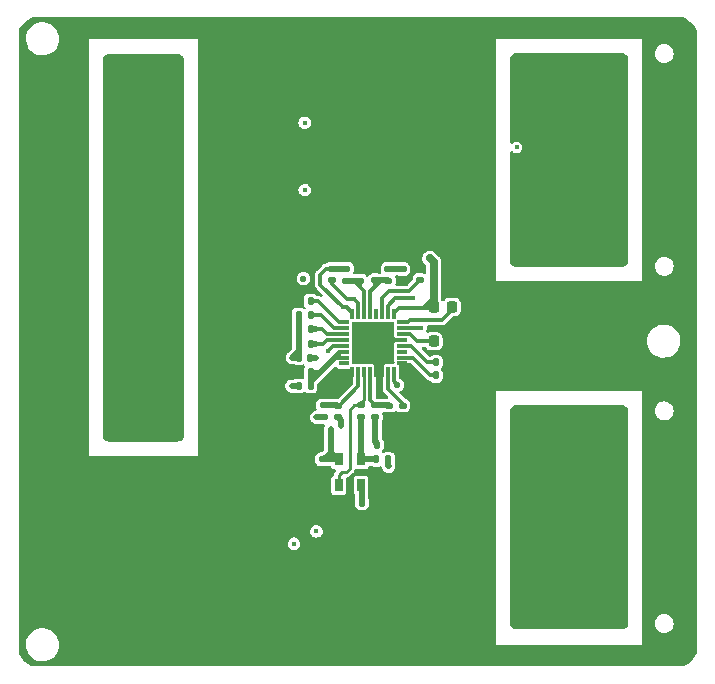
<source format=gbr>
G04 #@! TF.GenerationSoftware,KiCad,Pcbnew,(6.0.4)*
G04 #@! TF.CreationDate,2022-07-06T17:34:36+08:00*
G04 #@! TF.ProjectId,LTC3892_EVB,4c544333-3839-4325-9f45-56422e6b6963,rev?*
G04 #@! TF.SameCoordinates,Original*
G04 #@! TF.FileFunction,Copper,L1,Top*
G04 #@! TF.FilePolarity,Positive*
%FSLAX46Y46*%
G04 Gerber Fmt 4.6, Leading zero omitted, Abs format (unit mm)*
G04 Created by KiCad (PCBNEW (6.0.4)) date 2022-07-06 17:34:36*
%MOMM*%
%LPD*%
G01*
G04 APERTURE LIST*
G04 Aperture macros list*
%AMRoundRect*
0 Rectangle with rounded corners*
0 $1 Rounding radius*
0 $2 $3 $4 $5 $6 $7 $8 $9 X,Y pos of 4 corners*
0 Add a 4 corners polygon primitive as box body*
4,1,4,$2,$3,$4,$5,$6,$7,$8,$9,$2,$3,0*
0 Add four circle primitives for the rounded corners*
1,1,$1+$1,$2,$3*
1,1,$1+$1,$4,$5*
1,1,$1+$1,$6,$7*
1,1,$1+$1,$8,$9*
0 Add four rect primitives between the rounded corners*
20,1,$1+$1,$2,$3,$4,$5,0*
20,1,$1+$1,$4,$5,$6,$7,0*
20,1,$1+$1,$6,$7,$8,$9,0*
20,1,$1+$1,$8,$9,$2,$3,0*%
G04 Aperture macros list end*
G04 #@! TA.AperFunction,SMDPad,CuDef*
%ADD10R,0.804800X0.300000*%
G04 #@! TD*
G04 #@! TA.AperFunction,SMDPad,CuDef*
%ADD11R,0.300000X0.804800*%
G04 #@! TD*
G04 #@! TA.AperFunction,SMDPad,CuDef*
%ADD12R,3.550000X3.550000*%
G04 #@! TD*
G04 #@! TA.AperFunction,SMDPad,CuDef*
%ADD13RoundRect,0.140000X0.140000X0.170000X-0.140000X0.170000X-0.140000X-0.170000X0.140000X-0.170000X0*%
G04 #@! TD*
G04 #@! TA.AperFunction,SMDPad,CuDef*
%ADD14RoundRect,0.140000X0.170000X-0.140000X0.170000X0.140000X-0.170000X0.140000X-0.170000X-0.140000X0*%
G04 #@! TD*
G04 #@! TA.AperFunction,SMDPad,CuDef*
%ADD15RoundRect,0.225000X-0.225000X-0.250000X0.225000X-0.250000X0.225000X0.250000X-0.225000X0.250000X0*%
G04 #@! TD*
G04 #@! TA.AperFunction,SMDPad,CuDef*
%ADD16RoundRect,0.140000X-0.170000X0.140000X-0.170000X-0.140000X0.170000X-0.140000X0.170000X0.140000X0*%
G04 #@! TD*
G04 #@! TA.AperFunction,SMDPad,CuDef*
%ADD17RoundRect,0.140000X-0.140000X-0.170000X0.140000X-0.170000X0.140000X0.170000X-0.140000X0.170000X0*%
G04 #@! TD*
G04 #@! TA.AperFunction,SMDPad,CuDef*
%ADD18RoundRect,0.249999X-0.650001X0.325001X-0.650001X-0.325001X0.650001X-0.325001X0.650001X0.325001X0*%
G04 #@! TD*
G04 #@! TA.AperFunction,SMDPad,CuDef*
%ADD19RoundRect,0.249999X0.650001X-0.325001X0.650001X0.325001X-0.650001X0.325001X-0.650001X-0.325001X0*%
G04 #@! TD*
G04 #@! TA.AperFunction,SMDPad,CuDef*
%ADD20RoundRect,0.135000X0.135000X0.185000X-0.135000X0.185000X-0.135000X-0.185000X0.135000X-0.185000X0*%
G04 #@! TD*
G04 #@! TA.AperFunction,SMDPad,CuDef*
%ADD21RoundRect,0.135000X-0.135000X-0.185000X0.135000X-0.185000X0.135000X0.185000X-0.135000X0.185000X0*%
G04 #@! TD*
G04 #@! TA.AperFunction,SMDPad,CuDef*
%ADD22RoundRect,0.135000X0.185000X-0.135000X0.185000X0.135000X-0.185000X0.135000X-0.185000X-0.135000X0*%
G04 #@! TD*
G04 #@! TA.AperFunction,SMDPad,CuDef*
%ADD23RoundRect,0.135000X-0.185000X0.135000X-0.185000X-0.135000X0.185000X-0.135000X0.185000X0.135000X0*%
G04 #@! TD*
G04 #@! TA.AperFunction,SMDPad,CuDef*
%ADD24R,0.650000X1.060000*%
G04 #@! TD*
G04 #@! TA.AperFunction,SMDPad,CuDef*
%ADD25RoundRect,0.249999X0.325001X0.650001X-0.325001X0.650001X-0.325001X-0.650001X0.325001X-0.650001X0*%
G04 #@! TD*
G04 #@! TA.AperFunction,SMDPad,CuDef*
%ADD26RoundRect,0.250000X1.750000X1.000000X-1.750000X1.000000X-1.750000X-1.000000X1.750000X-1.000000X0*%
G04 #@! TD*
G04 #@! TA.AperFunction,SMDPad,CuDef*
%ADD27RoundRect,0.250000X-1.500000X-1.000000X1.500000X-1.000000X1.500000X1.000000X-1.500000X1.000000X0*%
G04 #@! TD*
G04 #@! TA.AperFunction,SMDPad,CuDef*
%ADD28RoundRect,0.250000X1.500000X1.000000X-1.500000X1.000000X-1.500000X-1.000000X1.500000X-1.000000X0*%
G04 #@! TD*
G04 #@! TA.AperFunction,ComponentPad*
%ADD29RoundRect,0.250000X-0.500000X0.500000X-0.500000X-0.500000X0.500000X-0.500000X0.500000X0.500000X0*%
G04 #@! TD*
G04 #@! TA.AperFunction,ComponentPad*
%ADD30C,1.500000*%
G04 #@! TD*
G04 #@! TA.AperFunction,ComponentPad*
%ADD31RoundRect,0.250001X1.399999X-1.099999X1.399999X1.099999X-1.399999X1.099999X-1.399999X-1.099999X0*%
G04 #@! TD*
G04 #@! TA.AperFunction,ComponentPad*
%ADD32O,3.300000X2.700000*%
G04 #@! TD*
G04 #@! TA.AperFunction,ViaPad*
%ADD33C,0.500000*%
G04 #@! TD*
G04 #@! TA.AperFunction,ViaPad*
%ADD34C,0.450000*%
G04 #@! TD*
G04 #@! TA.AperFunction,ViaPad*
%ADD35C,0.550000*%
G04 #@! TD*
G04 #@! TA.AperFunction,Conductor*
%ADD36C,0.300000*%
G04 #@! TD*
G04 #@! TA.AperFunction,Conductor*
%ADD37C,0.500000*%
G04 #@! TD*
G04 #@! TA.AperFunction,Conductor*
%ADD38C,0.700000*%
G04 #@! TD*
G04 #@! TA.AperFunction,Conductor*
%ADD39C,0.250000*%
G04 #@! TD*
G04 APERTURE END LIST*
D10*
G04 #@! TO.P,U1,1,FREQ*
G04 #@! TO.N,Net-(R5-Pad1)*
X140347600Y-85590000D03*
G04 #@! TO.P,U1,2,PLLIN/MODE*
G04 #@! TO.N,Net-(R6-Pad1)*
X140347600Y-86090000D03*
G04 #@! TO.P,U1,3,PGOOD1*
G04 #@! TO.N,Net-(D1-Pad2)*
X140347600Y-86590000D03*
G04 #@! TO.P,U1,4,PGOOD2*
G04 #@! TO.N,Net-(D2-Pad2)*
X140347600Y-87090000D03*
G04 #@! TO.P,U1,5,INTVcc*
G04 #@! TO.N,INTVcc*
X140347600Y-87590000D03*
G04 #@! TO.P,U1,6,RUN1*
G04 #@! TO.N,RUN*
X140347600Y-88090000D03*
G04 #@! TO.P,U1,7,RUN2*
X140347600Y-88590000D03*
G04 #@! TO.P,U1,8,ILIM*
G04 #@! TO.N,unconnected-(U1-Pad8)*
X140347600Y-89090000D03*
D11*
G04 #@! TO.P,U1,9,~{SENSE2}*
G04 #@! TO.N,GND*
X141050000Y-89792400D03*
G04 #@! TO.P,U1,10,SENSE2*
G04 #@! TO.N,Net-(C21-Pad2)*
X141550000Y-89792400D03*
G04 #@! TO.P,U1,11,VFB2*
G04 #@! TO.N,Net-(R9-Pad1)*
X142050000Y-89792400D03*
G04 #@! TO.P,U1,12,ITH2*
G04 #@! TO.N,Net-(C6-Pad2)*
X142550000Y-89792400D03*
G04 #@! TO.P,U1,13,DRVUV*
G04 #@! TO.N,GND*
X143050000Y-89792400D03*
G04 #@! TO.P,U1,14,DRVSET*
X143550000Y-89792400D03*
G04 #@! TO.P,U1,15,TRACK/SS2*
G04 #@! TO.N,Net-(C8-Pad2)*
X144050000Y-89792400D03*
G04 #@! TO.P,U1,16,TG2*
G04 #@! TO.N,Net-(Q1-Pad4)*
X144550000Y-89792400D03*
D10*
G04 #@! TO.P,U1,17,SW2*
G04 #@! TO.N,GND*
X145252400Y-89090000D03*
G04 #@! TO.P,U1,18,BOOST2*
G04 #@! TO.N,Net-(C15-Pad2)*
X145252400Y-88590000D03*
G04 #@! TO.P,U1,19,BG2*
G04 #@! TO.N,unconnected-(U1-Pad19)*
X145252400Y-88090000D03*
G04 #@! TO.P,U1,20,DRVcc*
G04 #@! TO.N,Net-(C9-Pad2)*
X145252400Y-87590000D03*
G04 #@! TO.P,U1,21,EXTVcc*
G04 #@! TO.N,GND*
X145252400Y-87090000D03*
G04 #@! TO.P,U1,22,VIN*
G04 #@! TO.N,VIN*
X145252400Y-86590000D03*
G04 #@! TO.P,U1,23,BG1*
G04 #@! TO.N,Net-(Q2-Pad4)*
X145252400Y-86090000D03*
G04 #@! TO.P,U1,24,BOOST1*
G04 #@! TO.N,Net-(C23-Pad2)*
X145252400Y-85590000D03*
D11*
G04 #@! TO.P,U1,25,SW1*
G04 #@! TO.N,Net-(C23-Pad1)*
X144550000Y-84887600D03*
G04 #@! TO.P,U1,26,TG1*
G04 #@! TO.N,Net-(Q3-Pad4)*
X144050000Y-84887600D03*
G04 #@! TO.P,U1,27,TRACK/SS1*
G04 #@! TO.N,Net-(C10-Pad1)*
X143550000Y-84887600D03*
G04 #@! TO.P,U1,28,VPRG1*
G04 #@! TO.N,unconnected-(U1-Pad28)*
X143050000Y-84887600D03*
G04 #@! TO.P,U1,29,ITH1*
G04 #@! TO.N,Net-(C12-Pad1)*
X142550000Y-84887600D03*
G04 #@! TO.P,U1,30,VFB1*
G04 #@! TO.N,Net-(R15-Pad2)*
X142050000Y-84887600D03*
G04 #@! TO.P,U1,31,SENSE1*
G04 #@! TO.N,Net-(C25-Pad1)*
X141550000Y-84887600D03*
G04 #@! TO.P,U1,32,~{SENSE1}*
G04 #@! TO.N,Vout1(12V)*
X141050000Y-84887600D03*
D12*
G04 #@! TO.P,U1,33,GND*
G04 #@! TO.N,GND*
X142800000Y-87340000D03*
G04 #@! TD*
D13*
G04 #@! TO.P,C5,1*
G04 #@! TO.N,GND*
X144060000Y-95990000D03*
G04 #@! TO.P,C5,2*
G04 #@! TO.N,Net-(C5-Pad2)*
X143100000Y-95990000D03*
G04 #@! TD*
D14*
G04 #@! TO.P,C6,1*
G04 #@! TO.N,GND*
X144170000Y-93620000D03*
G04 #@! TO.P,C6,2*
G04 #@! TO.N,Net-(C6-Pad2)*
X144170000Y-92660000D03*
G04 #@! TD*
D15*
G04 #@! TO.P,C7,1*
G04 #@! TO.N,VIN*
X147925000Y-87200000D03*
G04 #@! TO.P,C7,2*
G04 #@! TO.N,GND*
X149475000Y-87200000D03*
G04 #@! TD*
D14*
G04 #@! TO.P,C8,1*
G04 #@! TO.N,GND*
X145300000Y-93620000D03*
G04 #@! TO.P,C8,2*
G04 #@! TO.N,Net-(C8-Pad2)*
X145300000Y-92660000D03*
G04 #@! TD*
D13*
G04 #@! TO.P,C9,1*
G04 #@! TO.N,GND*
X149080000Y-89000000D03*
G04 #@! TO.P,C9,2*
G04 #@! TO.N,Net-(C9-Pad2)*
X148120000Y-89000000D03*
G04 #@! TD*
D14*
G04 #@! TO.P,C10,1*
G04 #@! TO.N,Net-(C10-Pad1)*
X146760000Y-82040000D03*
G04 #@! TO.P,C10,2*
G04 #@! TO.N,GND*
X146760000Y-81080000D03*
G04 #@! TD*
D16*
G04 #@! TO.P,C11,1*
G04 #@! TO.N,Net-(C11-Pad1)*
X145300000Y-81100000D03*
G04 #@! TO.P,C11,2*
G04 #@! TO.N,GND*
X145300000Y-82060000D03*
G04 #@! TD*
D14*
G04 #@! TO.P,C12,1*
G04 #@! TO.N,Net-(C12-Pad1)*
X142970000Y-82050000D03*
G04 #@! TO.P,C12,2*
G04 #@! TO.N,GND*
X142970000Y-81090000D03*
G04 #@! TD*
D17*
G04 #@! TO.P,C13,1*
G04 #@! TO.N,INTVcc*
X136510000Y-88603332D03*
G04 #@! TO.P,C13,2*
G04 #@! TO.N,GND*
X137470000Y-88603332D03*
G04 #@! TD*
D16*
G04 #@! TO.P,C14,1*
G04 #@! TO.N,INTVcc*
X138520000Y-97210000D03*
G04 #@! TO.P,C14,2*
G04 #@! TO.N,GND*
X138520000Y-98170000D03*
G04 #@! TD*
D13*
G04 #@! TO.P,C15,1*
G04 #@! TO.N,GND*
X149070000Y-90110000D03*
G04 #@! TO.P,C15,2*
G04 #@! TO.N,Net-(C15-Pad2)*
X148110000Y-90110000D03*
G04 #@! TD*
D18*
G04 #@! TO.P,C17,1*
G04 #@! TO.N,GND*
X160699999Y-90487500D03*
G04 #@! TO.P,C17,2*
G04 #@! TO.N,Vout2(-12V)*
X160699999Y-93437500D03*
G04 #@! TD*
D14*
G04 #@! TO.P,C21,1*
G04 #@! TO.N,GND*
X139810000Y-93620000D03*
G04 #@! TO.P,C21,2*
G04 #@! TO.N,Net-(C21-Pad2)*
X139810000Y-92660000D03*
G04 #@! TD*
D15*
G04 #@! TO.P,C23,1*
G04 #@! TO.N,Net-(C23-Pad1)*
X147925000Y-84300000D03*
G04 #@! TO.P,C23,2*
G04 #@! TO.N,Net-(C23-Pad2)*
X149475000Y-84300000D03*
G04 #@! TD*
D14*
G04 #@! TO.P,C25,1*
G04 #@! TO.N,Net-(C25-Pad1)*
X139300000Y-82050000D03*
G04 #@! TO.P,C25,2*
G04 #@! TO.N,Vout1(12V)*
X139300000Y-81090000D03*
G04 #@! TD*
D19*
G04 #@! TO.P,C26,1*
G04 #@! TO.N,GND*
X160700000Y-82927500D03*
G04 #@! TO.P,C26,2*
G04 #@! TO.N,Vout1(12V)*
X160700000Y-79977500D03*
G04 #@! TD*
G04 #@! TO.P,C27,1*
G04 #@! TO.N,GND*
X156100000Y-82927500D03*
G04 #@! TO.P,C27,2*
G04 #@! TO.N,Vout1(12V)*
X156100000Y-79977500D03*
G04 #@! TD*
G04 #@! TO.P,C28,1*
G04 #@! TO.N,GND*
X158400000Y-82927500D03*
G04 #@! TO.P,C28,2*
G04 #@! TO.N,Vout1(12V)*
X158400000Y-79977500D03*
G04 #@! TD*
D20*
G04 #@! TO.P,R1,1*
G04 #@! TO.N,RUN*
X137510000Y-91010000D03*
G04 #@! TO.P,R1,2*
G04 #@! TO.N,VIN*
X136490000Y-91010000D03*
G04 #@! TD*
D21*
G04 #@! TO.P,R2,1*
G04 #@! TO.N,GND*
X136480000Y-89850000D03*
G04 #@! TO.P,R2,2*
G04 #@! TO.N,RUN*
X137500000Y-89850000D03*
G04 #@! TD*
D22*
G04 #@! TO.P,R3,1*
G04 #@! TO.N,Net-(C5-Pad2)*
X142980000Y-93650000D03*
G04 #@! TO.P,R3,2*
G04 #@! TO.N,Net-(C6-Pad2)*
X142980000Y-92630000D03*
G04 #@! TD*
G04 #@! TO.P,R4,1*
G04 #@! TO.N,Net-(C12-Pad1)*
X144090000Y-82080000D03*
G04 #@! TO.P,R4,2*
G04 #@! TO.N,Net-(C11-Pad1)*
X144090000Y-81060000D03*
G04 #@! TD*
D20*
G04 #@! TO.P,R5,1*
G04 #@! TO.N,Net-(R5-Pad1)*
X137500000Y-83800000D03*
G04 #@! TO.P,R5,2*
G04 #@! TO.N,GND*
X136480000Y-83800000D03*
G04 #@! TD*
G04 #@! TO.P,R6,1*
G04 #@! TO.N,Net-(R6-Pad1)*
X137500000Y-85003333D03*
G04 #@! TO.P,R6,2*
G04 #@! TO.N,INTVcc*
X136480000Y-85003333D03*
G04 #@! TD*
D21*
G04 #@! TO.P,R7,1*
G04 #@! TO.N,INTVcc*
X136480000Y-86206666D03*
G04 #@! TO.P,R7,2*
G04 #@! TO.N,Net-(D1-Pad2)*
X137500000Y-86206666D03*
G04 #@! TD*
G04 #@! TO.P,R8,1*
G04 #@! TO.N,INTVcc*
X136480000Y-87409999D03*
G04 #@! TO.P,R8,2*
G04 #@! TO.N,Net-(D2-Pad2)*
X137500000Y-87409999D03*
G04 #@! TD*
D23*
G04 #@! TO.P,R9,1*
G04 #@! TO.N,Net-(R9-Pad1)*
X141790000Y-92630000D03*
G04 #@! TO.P,R9,2*
G04 #@! TO.N,Net-(R10-Pad1)*
X141790000Y-93650000D03*
G04 #@! TD*
D21*
G04 #@! TO.P,R10,1*
G04 #@! TO.N,Net-(R10-Pad1)*
X143070000Y-97210000D03*
G04 #@! TO.P,R10,2*
G04 #@! TO.N,Vout2(-12V)*
X144090000Y-97210000D03*
G04 #@! TD*
D20*
G04 #@! TO.P,R11,1*
G04 #@! TO.N,Net-(R11-Pad1)*
X141850000Y-100879999D03*
G04 #@! TO.P,R11,2*
G04 #@! TO.N,GND*
X140830000Y-100879999D03*
G04 #@! TD*
D22*
G04 #@! TO.P,R13,1*
G04 #@! TO.N,Net-(Q1-Pad1)*
X138600000Y-93650000D03*
G04 #@! TO.P,R13,2*
G04 #@! TO.N,Net-(C21-Pad2)*
X138600000Y-92630000D03*
G04 #@! TD*
D23*
G04 #@! TO.P,R15,1*
G04 #@! TO.N,GND*
X141690000Y-81060000D03*
G04 #@! TO.P,R15,2*
G04 #@! TO.N,Net-(R15-Pad2)*
X141690000Y-82080000D03*
G04 #@! TD*
D22*
G04 #@! TO.P,R16,1*
G04 #@! TO.N,Net-(R15-Pad2)*
X140540000Y-82080000D03*
G04 #@! TO.P,R16,2*
G04 #@! TO.N,Vout1(12V)*
X140540000Y-81060000D03*
G04 #@! TD*
D24*
G04 #@! TO.P,U2,1*
G04 #@! TO.N,Net-(R9-Pad1)*
X139880000Y-99409999D03*
G04 #@! TO.P,U2,2,V-*
G04 #@! TO.N,GND*
X140830000Y-99409999D03*
G04 #@! TO.P,U2,3,+*
G04 #@! TO.N,Net-(R11-Pad1)*
X141780000Y-99409999D03*
G04 #@! TO.P,U2,4,-*
G04 #@! TO.N,Net-(R10-Pad1)*
X141780000Y-97209999D03*
G04 #@! TO.P,U2,5,V+*
G04 #@! TO.N,INTVcc*
X139880000Y-97209999D03*
G04 #@! TD*
D18*
G04 #@! TO.P,C30,1*
G04 #@! TO.N,GND*
X156100000Y-90487500D03*
G04 #@! TO.P,C30,2*
G04 #@! TO.N,Vout2(-12V)*
X156100000Y-93437500D03*
G04 #@! TD*
G04 #@! TO.P,C31,1*
G04 #@! TO.N,GND*
X158400000Y-90487500D03*
G04 #@! TO.P,C31,2*
G04 #@! TO.N,Vout2(-12V)*
X158400000Y-93437500D03*
G04 #@! TD*
D25*
G04 #@! TO.P,Cx2,1*
G04 #@! TO.N,GND*
X128875000Y-65288888D03*
G04 #@! TO.P,Cx2,2*
G04 #@! TO.N,VIN*
X125925000Y-65288888D03*
G04 #@! TD*
D26*
G04 #@! TO.P,Cl1,1*
G04 #@! TO.N,VIN*
X123500000Y-92200000D03*
G04 #@! TO.P,Cl1,2*
G04 #@! TO.N,GND*
X115500000Y-92200000D03*
G04 #@! TD*
G04 #@! TO.P,Cl2,1*
G04 #@! TO.N,VIN*
X123500000Y-81500000D03*
G04 #@! TO.P,Cl2,2*
G04 #@! TO.N,GND*
X115500000Y-81500000D03*
G04 #@! TD*
D25*
G04 #@! TO.P,Cx3,1*
G04 #@! TO.N,GND*
X128875000Y-67807332D03*
G04 #@! TO.P,Cx3,2*
G04 #@! TO.N,VIN*
X125925000Y-67807332D03*
G04 #@! TD*
G04 #@! TO.P,Cx4,1*
G04 #@! TO.N,GND*
X128875000Y-70325776D03*
G04 #@! TO.P,Cx4,2*
G04 #@! TO.N,VIN*
X125925000Y-70325776D03*
G04 #@! TD*
G04 #@! TO.P,Cx5,1*
G04 #@! TO.N,GND*
X128875000Y-72844220D03*
G04 #@! TO.P,Cx5,2*
G04 #@! TO.N,VIN*
X125925000Y-72844220D03*
G04 #@! TD*
G04 #@! TO.P,Cx6,1*
G04 #@! TO.N,GND*
X128875000Y-75362664D03*
G04 #@! TO.P,Cx6,2*
G04 #@! TO.N,VIN*
X125925000Y-75362664D03*
G04 #@! TD*
G04 #@! TO.P,Cx7,1*
G04 #@! TO.N,GND*
X128875000Y-77881110D03*
G04 #@! TO.P,Cx7,2*
G04 #@! TO.N,VIN*
X125925000Y-77881110D03*
G04 #@! TD*
D27*
G04 #@! TO.P,C33,1*
G04 #@! TO.N,GND*
X150550000Y-99700000D03*
G04 #@! TO.P,C33,2*
G04 #@! TO.N,Vout2(-12V)*
X157050000Y-99700000D03*
G04 #@! TD*
G04 #@! TO.P,C34,1*
G04 #@! TO.N,GND*
X150550000Y-108350000D03*
G04 #@! TO.P,C34,2*
G04 #@! TO.N,Vout2(-12V)*
X157050000Y-108350000D03*
G04 #@! TD*
D28*
G04 #@! TO.P,C35,1*
G04 #@! TO.N,Vout1(12V)*
X156920000Y-74600000D03*
G04 #@! TO.P,C35,2*
G04 #@! TO.N,GND*
X150420000Y-74600000D03*
G04 #@! TD*
G04 #@! TO.P,C36,1*
G04 #@! TO.N,Vout1(12V)*
X156919999Y-65950000D03*
G04 #@! TO.P,C36,2*
G04 #@! TO.N,GND*
X150419999Y-65950000D03*
G04 #@! TD*
D29*
G04 #@! TO.P,J1,1,Pin_1*
G04 #@! TO.N,Vout1(12V)*
X163500000Y-65860000D03*
D30*
G04 #@! TO.P,J1,2,Pin_2*
X163500000Y-68860000D03*
G04 #@! TO.P,J1,3,Pin_3*
X163500000Y-71860000D03*
G04 #@! TO.P,J1,4,Pin_4*
X163500000Y-74860000D03*
G04 #@! TO.P,J1,5,Pin_5*
X163500000Y-77860000D03*
G04 #@! TO.P,J1,6,Pin_6*
G04 #@! TO.N,GND*
X166500000Y-65860000D03*
G04 #@! TO.P,J1,7,Pin_7*
X166500000Y-68860000D03*
G04 #@! TO.P,J1,8,Pin_8*
X166500000Y-71860000D03*
G04 #@! TO.P,J1,9,Pin_9*
X166500000Y-74860000D03*
G04 #@! TO.P,J1,10,Pin_10*
X166500000Y-77860000D03*
G04 #@! TD*
D29*
G04 #@! TO.P,J2,1,Pin_1*
G04 #@! TO.N,Vout2(-12V)*
X163500000Y-96110000D03*
D30*
G04 #@! TO.P,J2,2,Pin_2*
X163500000Y-99110000D03*
G04 #@! TO.P,J2,3,Pin_3*
X163500000Y-102110000D03*
G04 #@! TO.P,J2,4,Pin_4*
X163500000Y-105110000D03*
G04 #@! TO.P,J2,5,Pin_5*
X163500000Y-108110000D03*
G04 #@! TO.P,J2,6,Pin_6*
G04 #@! TO.N,GND*
X166500000Y-96110000D03*
G04 #@! TO.P,J2,7,Pin_7*
X166500000Y-99110000D03*
G04 #@! TO.P,J2,8,Pin_8*
X166500000Y-102110000D03*
G04 #@! TO.P,J2,9,Pin_9*
X166500000Y-105110000D03*
G04 #@! TO.P,J2,10,Pin_10*
X166500000Y-108110000D03*
G04 #@! TD*
D31*
G04 #@! TO.P,J3,1,Pin_1*
G04 #@! TO.N,VIN*
X122100000Y-70900000D03*
D32*
G04 #@! TO.P,J3,2,Pin_2*
X122100000Y-66700000D03*
G04 #@! TO.P,J3,3,Pin_3*
G04 #@! TO.N,GND*
X116600000Y-70900000D03*
G04 #@! TO.P,J3,4,Pin_4*
X116600000Y-66700000D03*
G04 #@! TD*
D33*
G04 #@! TO.N,GND*
X142400000Y-86160000D03*
X143200000Y-86160000D03*
X144000000Y-86160000D03*
X141600000Y-86960000D03*
X142400000Y-86960000D03*
X143200000Y-86960000D03*
X144000000Y-86960000D03*
X141600000Y-87760000D03*
X142400000Y-87760000D03*
X143200000Y-87760000D03*
X144000000Y-87760000D03*
X141600000Y-88560000D03*
X142400000Y-88560000D03*
X143200000Y-88560000D03*
X144000000Y-88560000D03*
D34*
X169400000Y-61800000D03*
X167400000Y-60700000D03*
X169400000Y-60700000D03*
X168400000Y-60700000D03*
X165400000Y-60700000D03*
X166400000Y-60700000D03*
X165400000Y-113800000D03*
X166400000Y-113800000D03*
X169400000Y-113800000D03*
X167400000Y-113800000D03*
X168400000Y-113800000D03*
X117400000Y-60700000D03*
X118400000Y-60700000D03*
X119400000Y-60700000D03*
X120400000Y-60700000D03*
X121400000Y-60700000D03*
X122400000Y-60700000D03*
X123400000Y-60700000D03*
X124400000Y-60700000D03*
X125400000Y-60700000D03*
X126400000Y-60700000D03*
X127400000Y-60700000D03*
X128400000Y-60700000D03*
X129400000Y-60700000D03*
X130400000Y-60700000D03*
X131400000Y-60700000D03*
X132400000Y-60700000D03*
X133400000Y-60700000D03*
X134400000Y-60700000D03*
X135400000Y-60700000D03*
X136400000Y-60700000D03*
X137400000Y-60700000D03*
X138400000Y-60700000D03*
X139400000Y-60700000D03*
X140400000Y-60700000D03*
X141400000Y-60700000D03*
X142400000Y-60700000D03*
X143400000Y-60700000D03*
X144400000Y-60700000D03*
X145400000Y-60700000D03*
X146400000Y-60700000D03*
X147400000Y-60700000D03*
X148400000Y-60700000D03*
X149400000Y-60700000D03*
X150400000Y-60700000D03*
X151400000Y-60700000D03*
X152400000Y-60700000D03*
X153400000Y-60700000D03*
X154400000Y-60700000D03*
X155400000Y-60700000D03*
X156400000Y-60700000D03*
X157400000Y-60700000D03*
X158400000Y-60700000D03*
X159400000Y-60700000D03*
X160400000Y-60700000D03*
X161400000Y-60700000D03*
X162400000Y-60700000D03*
X163400000Y-60700000D03*
X164400000Y-60700000D03*
X142400000Y-113800000D03*
X128400000Y-113800000D03*
X144400000Y-113800000D03*
X136400000Y-113800000D03*
X134400000Y-113800000D03*
X152400000Y-113800000D03*
X119400000Y-113800000D03*
X129400000Y-113800000D03*
X124400000Y-113800000D03*
X123400000Y-113800000D03*
X118400000Y-113800000D03*
X125400000Y-113800000D03*
X117400000Y-113800000D03*
X137400000Y-113800000D03*
X138400000Y-113800000D03*
X121400000Y-113800000D03*
X141400000Y-113800000D03*
X143400000Y-113800000D03*
X146400000Y-113800000D03*
X149400000Y-113800000D03*
X120400000Y-113800000D03*
X150400000Y-113800000D03*
X151400000Y-113800000D03*
X154400000Y-113800000D03*
X155400000Y-113800000D03*
X147400000Y-113800000D03*
X158400000Y-113800000D03*
X139400000Y-113800000D03*
X159400000Y-113800000D03*
X132400000Y-113800000D03*
X160400000Y-113800000D03*
X161400000Y-113800000D03*
X145400000Y-113800000D03*
X133400000Y-113800000D03*
X130400000Y-113800000D03*
X148400000Y-113800000D03*
X153400000Y-113800000D03*
X122400000Y-113800000D03*
X126400000Y-113800000D03*
X156400000Y-113800000D03*
X157400000Y-113800000D03*
X127400000Y-113800000D03*
X135400000Y-113800000D03*
X131400000Y-113800000D03*
X140400000Y-113800000D03*
X163400000Y-113800000D03*
X164400000Y-113800000D03*
X162400000Y-113800000D03*
X169400000Y-83900000D03*
X169400000Y-72900000D03*
X169400000Y-101900000D03*
X169400000Y-96900000D03*
X169400000Y-86900000D03*
X169400000Y-100900000D03*
X169400000Y-69900000D03*
X169400000Y-91900000D03*
X169400000Y-105900000D03*
X169400000Y-73900000D03*
X169400001Y-107900000D03*
X169400000Y-95900000D03*
X169400001Y-84900000D03*
X169400001Y-103900000D03*
X169400000Y-104900000D03*
X169400000Y-74900000D03*
X169400000Y-108900000D03*
X169400000Y-81900000D03*
X169400000Y-68900000D03*
X169400000Y-88900000D03*
X169400001Y-75900000D03*
X169400000Y-97900000D03*
X169400000Y-76900000D03*
X169400000Y-90900000D03*
X169400000Y-99900000D03*
X169400000Y-67900000D03*
X169400001Y-98900000D03*
X169400000Y-63900000D03*
X169400000Y-106900000D03*
X169400001Y-66900000D03*
X169400001Y-70900000D03*
X169400001Y-93900000D03*
X169400001Y-102900000D03*
X169400001Y-94900000D03*
X169400000Y-65900000D03*
X169400001Y-71900000D03*
X169400000Y-79900000D03*
X169400000Y-85900000D03*
X169400000Y-92900000D03*
X169400001Y-80900000D03*
X169400000Y-64900000D03*
X169400000Y-77900000D03*
X169400001Y-89900000D03*
X169400001Y-112900000D03*
X169400000Y-87900000D03*
X169400000Y-111900000D03*
X169400000Y-78900000D03*
X169400000Y-110900000D03*
X169400001Y-62900000D03*
X169400000Y-109900000D03*
X169400000Y-82900000D03*
D33*
X141600000Y-86160000D03*
D34*
X133750000Y-87500000D03*
X138000000Y-88600000D03*
X140600000Y-89930000D03*
X140100000Y-94350000D03*
X133750000Y-86850000D03*
X133750000Y-88150000D03*
X133750000Y-86200000D03*
G04 #@! TO.N,VIN*
X123400000Y-84200000D03*
X123400000Y-85200000D03*
X123400000Y-86200000D03*
X123400000Y-87200000D03*
X123400000Y-88200000D03*
X123400000Y-89200000D03*
X121800000Y-86200000D03*
X121800000Y-87200000D03*
X122600000Y-88700000D03*
X121800000Y-89200000D03*
X121800000Y-84200000D03*
X121800000Y-85200000D03*
X122600000Y-89700000D03*
X122600000Y-84700000D03*
X122600000Y-86700000D03*
X122600000Y-87700000D03*
X122600000Y-85700000D03*
X121800000Y-88200000D03*
X123100000Y-73199999D03*
X121100000Y-73200000D03*
X122100000Y-73200000D03*
X121100000Y-64500000D03*
X123100000Y-64499999D03*
X122100000Y-64500000D03*
X123400000Y-81500000D03*
X146849982Y-87199990D03*
X135910016Y-91010014D03*
X123400000Y-92200000D03*
G04 #@! TO.N,INTVcc*
X135950000Y-88600000D03*
X138950000Y-88000000D03*
X139200000Y-94600000D03*
G04 #@! TO.N,Vout2(-12V)*
X160400000Y-96900000D03*
X157400000Y-96900000D03*
X161400000Y-96900000D03*
X158400000Y-96900000D03*
X159400000Y-96900000D03*
X158400000Y-94900000D03*
X159400000Y-95900000D03*
X158400000Y-95900000D03*
X161400000Y-94900000D03*
X159400000Y-94900000D03*
X157400000Y-95900000D03*
X157400000Y-94900000D03*
X160400000Y-95900000D03*
X161400000Y-95900000D03*
X160400000Y-94900000D03*
X160900000Y-105300000D03*
X160900000Y-106700000D03*
X160900000Y-101800000D03*
X160900000Y-108100000D03*
X160900000Y-103200000D03*
X160900000Y-107400000D03*
X160900000Y-106000000D03*
X160900000Y-104600000D03*
X160900000Y-103900000D03*
X160900000Y-102500000D03*
X144099998Y-97800001D03*
G04 #@! TO.N,Net-(C23-Pad1)*
X147600000Y-80200000D03*
G04 #@! TO.N,Vout1(12V)*
X160500000Y-65800000D03*
X160500000Y-68600000D03*
X160500000Y-67900000D03*
X160500000Y-67200000D03*
X160500000Y-66500000D03*
X160500000Y-69300000D03*
X160500000Y-70000000D03*
X160500000Y-71400000D03*
X160500000Y-70700000D03*
X160500000Y-72100000D03*
X158300000Y-76600000D03*
X159300000Y-76600000D03*
X160300000Y-76600000D03*
X161300000Y-76600000D03*
X157300000Y-77600000D03*
X158300000Y-77600000D03*
X159300000Y-77600000D03*
X160300000Y-77600000D03*
X161300000Y-77600000D03*
X157300000Y-78600000D03*
X158300000Y-78600000D03*
X159300000Y-78600000D03*
X160300000Y-78600000D03*
X161300000Y-78600000D03*
X157300000Y-76600000D03*
X157850000Y-70800000D03*
X140250000Y-84350000D03*
G04 #@! TO.N,Net-(C25-Pad1)*
X154950000Y-70800000D03*
X141200000Y-83600000D03*
G04 #@! TO.N,Net-(D1-Pad2)*
X137940000Y-86200000D03*
G04 #@! TO.N,Net-(D2-Pad2)*
X137940000Y-87410000D03*
G04 #@! TO.N,Net-(Q1-Pad4)*
X136100000Y-104350000D03*
D35*
X144850000Y-90900000D03*
D34*
G04 #@! TO.N,Net-(Q1-Pad1)*
X138000000Y-93650000D03*
X138000000Y-103300000D03*
G04 #@! TO.N,Net-(Q2-Pad4)*
X146850000Y-86050000D03*
D35*
X136900000Y-81900000D03*
D34*
G04 #@! TO.N,Net-(Q3-Pad4)*
X137000000Y-68700000D03*
X137000000Y-74400000D03*
X146150001Y-83550005D03*
G04 #@! TD*
D36*
G04 #@! TO.N,GND*
X143919411Y-86349411D02*
X144660000Y-87090000D01*
X143919411Y-87830589D02*
X144660000Y-87090000D01*
X143040000Y-89200000D02*
X142651091Y-88811091D01*
X143458909Y-88821091D02*
X143070000Y-89210000D01*
X143150000Y-88820000D02*
X143538909Y-89208909D01*
X143540000Y-89210000D02*
X143928909Y-88821091D01*
X143580000Y-89090000D02*
X143030000Y-89090000D01*
D37*
X140100000Y-94350000D02*
X140100000Y-93910000D01*
D36*
X143050000Y-89792400D02*
X143050000Y-88710000D01*
D37*
X140600000Y-89930000D02*
X140912400Y-89930000D01*
X140100000Y-93910000D02*
X139810000Y-93620000D01*
D36*
X145300000Y-82060000D02*
X145580000Y-82060000D01*
X146560000Y-81080000D02*
X146760000Y-81080000D01*
D37*
X137473332Y-88600000D02*
X138000000Y-88600000D01*
D36*
X143550000Y-89792400D02*
X143550000Y-88090000D01*
X143050000Y-87090000D02*
X142800000Y-87340000D01*
X141050000Y-89930000D02*
X141050000Y-89792400D01*
X145350000Y-89090000D02*
X145252400Y-89090000D01*
X143050000Y-88710000D02*
X143200000Y-88560000D01*
D37*
X140912400Y-89930000D02*
X140950480Y-89891920D01*
D36*
X137473332Y-88600000D02*
X137470000Y-88603332D01*
X145252400Y-87090000D02*
X143050000Y-87090000D01*
X143550000Y-88090000D02*
X142800000Y-87340000D01*
X145580000Y-82060000D02*
X146560000Y-81080000D01*
D37*
G04 #@! TO.N,VIN*
X135910030Y-91010000D02*
X135910016Y-91010014D01*
D36*
X148125010Y-87199990D02*
X146849982Y-87199990D01*
D37*
X136490000Y-91010000D02*
X135910030Y-91010000D01*
D36*
X146549990Y-87199990D02*
X146849982Y-87199990D01*
X145252400Y-86590000D02*
X145940000Y-86590000D01*
X145940000Y-86590000D02*
X146549990Y-87199990D01*
D37*
G04 #@! TO.N,Net-(C5-Pad2)*
X142990000Y-95740000D02*
X142990000Y-93660000D01*
X143090000Y-95840000D02*
X142990000Y-95740000D01*
X142990000Y-93660000D02*
X142980000Y-93650000D01*
D36*
G04 #@! TO.N,Net-(C6-Pad2)*
X142550000Y-92200000D02*
X142980000Y-92630000D01*
D37*
X142980000Y-92630000D02*
X144140000Y-92630000D01*
D36*
X142550000Y-89792400D02*
X142550000Y-92200000D01*
D37*
X144140000Y-92630000D02*
X144170000Y-92660000D01*
D36*
G04 #@! TO.N,Net-(C8-Pad2)*
X145220000Y-92660000D02*
X145220000Y-92420000D01*
X144050000Y-91250000D02*
X144050000Y-89792400D01*
X145220000Y-92420000D02*
X144050000Y-91250000D01*
G04 #@! TO.N,Net-(C9-Pad2)*
X145990000Y-87590000D02*
X147400000Y-89000000D01*
X147400000Y-89000000D02*
X148120000Y-89000000D01*
X145252400Y-87590000D02*
X145990000Y-87590000D01*
G04 #@! TO.N,Net-(C10-Pad1)*
X146760000Y-82040000D02*
X146760000Y-82050000D01*
X143550000Y-83520000D02*
X143550000Y-84887600D01*
X146760000Y-82050000D02*
X145860000Y-82950000D01*
X144120000Y-82950000D02*
X143550000Y-83520000D01*
X145860000Y-82950000D02*
X144120000Y-82950000D01*
D37*
G04 #@! TO.N,Net-(C11-Pad1)*
X144090000Y-81060000D02*
X144100000Y-81070000D01*
X145270000Y-81070000D02*
X145300000Y-81100000D01*
X144100000Y-81070000D02*
X145270000Y-81070000D01*
D36*
G04 #@! TO.N,Net-(C12-Pad1)*
X143340000Y-82210000D02*
X142970000Y-82580000D01*
X142550000Y-82970000D02*
X142550000Y-84887600D01*
D37*
X144079999Y-82050000D02*
X142940000Y-82050000D01*
D36*
X142920000Y-82600000D02*
X142550000Y-82970000D01*
D37*
X142940000Y-82050000D02*
X142920000Y-82070000D01*
D36*
X142920000Y-82070000D02*
X142920000Y-82600000D01*
D37*
G04 #@! TO.N,INTVcc*
X139880000Y-97209999D02*
X139759999Y-97209999D01*
X136480000Y-87409999D02*
X136480000Y-88070000D01*
X138640000Y-97210000D02*
X139200000Y-96650000D01*
X136480000Y-85003333D02*
X136480000Y-88573332D01*
X136480000Y-88070000D02*
X135950000Y-88600000D01*
X138520000Y-97210000D02*
X138640000Y-97210000D01*
X136510000Y-88603332D02*
X135953332Y-88603332D01*
X136480000Y-88573332D02*
X136510000Y-88603332D01*
D36*
X138950000Y-88000000D02*
X139360000Y-87590000D01*
X139360000Y-87590000D02*
X140347600Y-87590000D01*
D37*
X135953332Y-88603332D02*
X135950000Y-88600000D01*
X138520000Y-97210000D02*
X139880000Y-97209999D01*
X139200000Y-96650000D02*
X139200000Y-94600000D01*
X139759999Y-97209999D02*
X139200000Y-96650000D01*
D36*
G04 #@! TO.N,Net-(C15-Pad2)*
X146140000Y-88590000D02*
X147650000Y-90100000D01*
X148100000Y-90100000D02*
X148110000Y-90110000D01*
X147650000Y-90100000D02*
X148100000Y-90100000D01*
X145252400Y-88590000D02*
X146140000Y-88590000D01*
D37*
G04 #@! TO.N,Vout2(-12V)*
X144090000Y-97210000D02*
X144090000Y-97790003D01*
X144090000Y-97790003D02*
X144099998Y-97800001D01*
D36*
G04 #@! TO.N,Net-(C21-Pad2)*
X141550000Y-91000000D02*
X141550000Y-89792400D01*
X139810000Y-92660000D02*
X139890000Y-92660000D01*
D37*
X139780000Y-92630000D02*
X139810000Y-92660000D01*
X138600000Y-92630000D02*
X139780000Y-92630000D01*
D36*
X139890000Y-92660000D02*
X141550000Y-91000000D01*
G04 #@! TO.N,Net-(C23-Pad2)*
X145710000Y-85590000D02*
X145252400Y-85590000D01*
X148600000Y-85400000D02*
X145900000Y-85400000D01*
X149475000Y-84300000D02*
X149475000Y-84525000D01*
X149475000Y-84525000D02*
X148600000Y-85400000D01*
X145900000Y-85400000D02*
X145710000Y-85590000D01*
G04 #@! TO.N,Net-(C23-Pad1)*
X148075000Y-83525000D02*
X147200000Y-84400000D01*
X147875000Y-83525000D02*
X147000000Y-84400000D01*
X144550000Y-84820000D02*
X144550000Y-84887600D01*
X144550000Y-84887600D02*
X144550000Y-84818800D01*
X144550000Y-84818800D02*
X144968800Y-84400000D01*
D38*
X147925000Y-80525000D02*
X147925000Y-84300000D01*
X147600000Y-80200000D02*
X147925000Y-80525000D01*
D36*
X144968800Y-84400000D02*
X147825000Y-84400000D01*
X147825000Y-84400000D02*
X147925000Y-84300000D01*
G04 #@! TO.N,Vout1(12V)*
X141050000Y-84887600D02*
X141050000Y-84850000D01*
X138330000Y-81570000D02*
X138330000Y-82430000D01*
X138810000Y-81090000D02*
X138330000Y-81570000D01*
X139300000Y-81090000D02*
X138810000Y-81090000D01*
D37*
X140540000Y-81060000D02*
X139330000Y-81060000D01*
D36*
X138330000Y-82430000D02*
X140250000Y-84350000D01*
X141050000Y-84887600D02*
X141050000Y-84800000D01*
X140600000Y-84350000D02*
X140250000Y-84350000D01*
X141050000Y-84800000D02*
X140600000Y-84350000D01*
X141050000Y-84830000D02*
X141050000Y-84887600D01*
X141050000Y-84887600D02*
X141050000Y-84790000D01*
X141050000Y-84887600D02*
X141050000Y-84820000D01*
D37*
X139330000Y-81060000D02*
X139300000Y-81090000D01*
D36*
G04 #@! TO.N,Net-(C25-Pad1)*
X141550000Y-83950000D02*
X141200000Y-83600000D01*
X140570001Y-83600000D02*
X141200000Y-83600000D01*
X139300000Y-82050000D02*
X139300000Y-82329999D01*
X141550000Y-84887600D02*
X141550000Y-83950000D01*
X139300000Y-82329999D02*
X140570001Y-83600000D01*
G04 #@! TO.N,Net-(D1-Pad2)*
X138240000Y-86200000D02*
X137506666Y-86200000D01*
X140347600Y-86590000D02*
X138900000Y-86590000D01*
D37*
X137506666Y-86200000D02*
X137500000Y-86206666D01*
X137940000Y-86200000D02*
X137506666Y-86200000D01*
D36*
X138510000Y-86200000D02*
X138240000Y-86200000D01*
X138900000Y-86590000D02*
X138510000Y-86200000D01*
G04 #@! TO.N,Net-(D2-Pad2)*
X138240000Y-87410000D02*
X137500001Y-87410000D01*
D37*
X137940000Y-87410000D02*
X137500000Y-87409999D01*
D36*
X138885000Y-87090000D02*
X138565000Y-87410000D01*
X140347600Y-87090000D02*
X138885000Y-87090000D01*
X138565000Y-87410000D02*
X138240000Y-87410000D01*
X137500001Y-87410000D02*
X137500000Y-87409999D01*
G04 #@! TO.N,Net-(Q1-Pad4)*
X144550000Y-89792400D02*
X144550000Y-90600000D01*
X144550000Y-90600000D02*
X144850000Y-90900000D01*
D37*
G04 #@! TO.N,Net-(Q1-Pad1)*
X138600000Y-93650000D02*
X138000000Y-93650000D01*
D36*
G04 #@! TO.N,Net-(Q2-Pad4)*
X145252400Y-86090000D02*
X146810000Y-86090000D01*
X146810000Y-86090000D02*
X146850000Y-86050000D01*
G04 #@! TO.N,Net-(Q3-Pad4)*
X144685195Y-83550005D02*
X146150001Y-83550005D01*
X144050000Y-84887600D02*
X144050000Y-84185200D01*
X144050000Y-84185200D02*
X144685195Y-83550005D01*
G04 #@! TO.N,RUN*
X138010000Y-90010000D02*
X137466665Y-90010000D01*
X137960000Y-90210000D02*
X137416665Y-90210000D01*
X140347600Y-88090000D02*
X139880000Y-88090000D01*
X139645200Y-88590000D02*
X137500000Y-90735200D01*
X139880000Y-88090000D02*
X138173335Y-89796665D01*
X137500000Y-90735200D02*
X137500000Y-91000000D01*
X138173335Y-89796665D02*
X137500000Y-89796665D01*
X140347600Y-88590000D02*
X139645200Y-88590000D01*
X140347600Y-88590000D02*
X139520000Y-88590000D01*
D37*
X137500000Y-89796665D02*
X137500000Y-91000000D01*
D36*
X139880000Y-88090000D02*
X139880000Y-88590000D01*
G04 #@! TO.N,Net-(R5-Pad1)*
X138090000Y-83800000D02*
X137500000Y-83800000D01*
X140347600Y-85590000D02*
X139880000Y-85590000D01*
X139880000Y-85590000D02*
X138090000Y-83800000D01*
G04 #@! TO.N,Net-(R6-Pad1)*
X139450000Y-86090000D02*
X138363333Y-85003333D01*
X140347600Y-86090000D02*
X139450000Y-86090000D01*
X138363333Y-85003333D02*
X137500000Y-85003333D01*
D37*
G04 #@! TO.N,Net-(R10-Pad1)*
X141790000Y-97199999D02*
X141780000Y-97209999D01*
X141780001Y-97210000D02*
X141780000Y-97209999D01*
X141790000Y-93650000D02*
X141790000Y-97199999D01*
X143070000Y-97210000D02*
X141780001Y-97210000D01*
D39*
G04 #@! TO.N,Net-(R9-Pad1)*
X142050000Y-89792400D02*
X142050000Y-92210000D01*
X140800000Y-93030000D02*
X140800000Y-98010000D01*
X141790000Y-92630000D02*
X141200000Y-92630000D01*
X139880000Y-98570000D02*
X139880000Y-99409999D01*
X141200000Y-92630000D02*
X140800000Y-93030000D01*
D36*
X141810000Y-92450000D02*
X141810000Y-92610000D01*
D39*
X142050000Y-92210000D02*
X141810000Y-92450000D01*
X140800000Y-98010000D02*
X140500000Y-98310000D01*
D36*
X141810000Y-92610000D02*
X141790000Y-92630000D01*
D39*
X140500000Y-98310000D02*
X140140000Y-98310000D01*
X140140000Y-98310000D02*
X139880000Y-98570000D01*
D37*
G04 #@! TO.N,Net-(R11-Pad1)*
X141850000Y-99479999D02*
X141780000Y-99409999D01*
X141850000Y-100879999D02*
X141850000Y-99479999D01*
D36*
G04 #@! TO.N,Net-(R15-Pad2)*
X141310000Y-82230000D02*
X141680000Y-82600000D01*
D37*
X141690000Y-82080000D02*
X140540000Y-82080000D01*
D36*
X141690000Y-82610000D02*
X142050000Y-82970000D01*
X141690000Y-82080000D02*
X141690000Y-82610000D01*
X142050000Y-82970000D02*
X142050000Y-84887600D01*
G04 #@! TD*
G04 #@! TA.AperFunction,Conductor*
G04 #@! TO.N,VIN*
G36*
X126308059Y-62901061D02*
G01*
X126413225Y-62914906D01*
X126444491Y-62923284D01*
X126534921Y-62960741D01*
X126562948Y-62976923D01*
X126640023Y-63036065D01*
X126640603Y-63036510D01*
X126663490Y-63059397D01*
X126723077Y-63137052D01*
X126739260Y-63165081D01*
X126776716Y-63255508D01*
X126785094Y-63286776D01*
X126798939Y-63391941D01*
X126800000Y-63408126D01*
X126800000Y-95191874D01*
X126798939Y-95208059D01*
X126785094Y-95313224D01*
X126776716Y-95344492D01*
X126739260Y-95434919D01*
X126723077Y-95462948D01*
X126663935Y-95540023D01*
X126663490Y-95540603D01*
X126640603Y-95563490D01*
X126562948Y-95623077D01*
X126534921Y-95639259D01*
X126444492Y-95676716D01*
X126413225Y-95685094D01*
X126328346Y-95696268D01*
X126308059Y-95698939D01*
X126291874Y-95700000D01*
X120408126Y-95700000D01*
X120391941Y-95698939D01*
X120371654Y-95696268D01*
X120286775Y-95685094D01*
X120255508Y-95676716D01*
X120165079Y-95639259D01*
X120137052Y-95623077D01*
X120059397Y-95563490D01*
X120036510Y-95540603D01*
X120036065Y-95540023D01*
X119976923Y-95462948D01*
X119960740Y-95434919D01*
X119923284Y-95344492D01*
X119914906Y-95313224D01*
X119901061Y-95208059D01*
X119900000Y-95191874D01*
X119900000Y-63408126D01*
X119901061Y-63391941D01*
X119914906Y-63286776D01*
X119923284Y-63255508D01*
X119960740Y-63165081D01*
X119976923Y-63137052D01*
X120036510Y-63059397D01*
X120059397Y-63036510D01*
X120059977Y-63036065D01*
X120137052Y-62976923D01*
X120165079Y-62960741D01*
X120255509Y-62923284D01*
X120286775Y-62914906D01*
X120391941Y-62901061D01*
X120408126Y-62900000D01*
X126291874Y-62900000D01*
X126308059Y-62901061D01*
G37*
G04 #@! TD.AperFunction*
G04 #@! TD*
G04 #@! TA.AperFunction,Conductor*
G04 #@! TO.N,GND*
G36*
X124800000Y-114700000D02*
G01*
X120200000Y-114700000D01*
X120200000Y-96900002D01*
X120200012Y-96900000D01*
X124800000Y-96900000D01*
X124800000Y-114700000D01*
G37*
G04 #@! TD.AperFunction*
G04 #@! TD*
G04 #@! TA.AperFunction,Conductor*
G04 #@! TO.N,GND*
G36*
X156300000Y-61600000D02*
G01*
X153200000Y-61600000D01*
X153200000Y-82100000D01*
X165600000Y-82100000D01*
X165600000Y-80854376D01*
X166634455Y-80854376D01*
X166635179Y-80861265D01*
X166635179Y-80861268D01*
X166640024Y-80907362D01*
X166653227Y-81032983D01*
X166711103Y-81202993D01*
X166714734Y-81208895D01*
X166785224Y-81323474D01*
X166805206Y-81355955D01*
X166930859Y-81484268D01*
X166975804Y-81513233D01*
X167037048Y-81552702D01*
X167081817Y-81581554D01*
X167139237Y-81602453D01*
X167244063Y-81640607D01*
X167244065Y-81640608D01*
X167250578Y-81642978D01*
X167308253Y-81650264D01*
X167385417Y-81660012D01*
X167385423Y-81660012D01*
X167389283Y-81660500D01*
X167485155Y-81660500D01*
X167488602Y-81660113D01*
X167488608Y-81660113D01*
X167611581Y-81646319D01*
X167618472Y-81645546D01*
X167788073Y-81586485D01*
X167940375Y-81491316D01*
X168038179Y-81394192D01*
X168062890Y-81369653D01*
X168062891Y-81369652D01*
X168067807Y-81364770D01*
X168164037Y-81213136D01*
X168169984Y-81196436D01*
X168221957Y-81050479D01*
X168221958Y-81050475D01*
X168224281Y-81043951D01*
X168245545Y-80865624D01*
X168244219Y-80853000D01*
X168227498Y-80693913D01*
X168227498Y-80693911D01*
X168226773Y-80687017D01*
X168217227Y-80658974D01*
X168171129Y-80523564D01*
X168168897Y-80517007D01*
X168074794Y-80364045D01*
X167949141Y-80235732D01*
X167835407Y-80162435D01*
X167804010Y-80142201D01*
X167804008Y-80142200D01*
X167798183Y-80138446D01*
X167695925Y-80101227D01*
X167635937Y-80079393D01*
X167635935Y-80079392D01*
X167629422Y-80077022D01*
X167571747Y-80069736D01*
X167494583Y-80059988D01*
X167494577Y-80059988D01*
X167490717Y-80059500D01*
X167394845Y-80059500D01*
X167391398Y-80059887D01*
X167391392Y-80059887D01*
X167268419Y-80073681D01*
X167261528Y-80074454D01*
X167091927Y-80133515D01*
X166939625Y-80228684D01*
X166812193Y-80355230D01*
X166794570Y-80382999D01*
X166726983Y-80489500D01*
X166715963Y-80506864D01*
X166713636Y-80513399D01*
X166658043Y-80669521D01*
X166658042Y-80669525D01*
X166655719Y-80676049D01*
X166634455Y-80854376D01*
X165600000Y-80854376D01*
X165600000Y-62854376D01*
X166634455Y-62854376D01*
X166635179Y-62861265D01*
X166635179Y-62861268D01*
X166649813Y-63000500D01*
X166653227Y-63032983D01*
X166711103Y-63202993D01*
X166805206Y-63355955D01*
X166930859Y-63484268D01*
X167081817Y-63581554D01*
X167149994Y-63606368D01*
X167244063Y-63640607D01*
X167244065Y-63640608D01*
X167250578Y-63642978D01*
X167308253Y-63650264D01*
X167385417Y-63660012D01*
X167385423Y-63660012D01*
X167389283Y-63660500D01*
X167485155Y-63660500D01*
X167488602Y-63660113D01*
X167488608Y-63660113D01*
X167611581Y-63646319D01*
X167618472Y-63645546D01*
X167788073Y-63586485D01*
X167940375Y-63491316D01*
X168067807Y-63364770D01*
X168164037Y-63213136D01*
X168169984Y-63196436D01*
X168221957Y-63050479D01*
X168221958Y-63050475D01*
X168224281Y-63043951D01*
X168245545Y-62865624D01*
X168243640Y-62847494D01*
X168227498Y-62693913D01*
X168227498Y-62693911D01*
X168226773Y-62687017D01*
X168168897Y-62517007D01*
X168074794Y-62364045D01*
X167949141Y-62235732D01*
X167798183Y-62138446D01*
X167730006Y-62113632D01*
X167635937Y-62079393D01*
X167635935Y-62079392D01*
X167629422Y-62077022D01*
X167571747Y-62069736D01*
X167494583Y-62059988D01*
X167494577Y-62059988D01*
X167490717Y-62059500D01*
X167394845Y-62059500D01*
X167391398Y-62059887D01*
X167391392Y-62059887D01*
X167268419Y-62073681D01*
X167261528Y-62074454D01*
X167091927Y-62133515D01*
X166939625Y-62228684D01*
X166812193Y-62355230D01*
X166715963Y-62506864D01*
X166713636Y-62513399D01*
X166658043Y-62669521D01*
X166658042Y-62669525D01*
X166655719Y-62676049D01*
X166634455Y-62854376D01*
X165600000Y-62854376D01*
X165600000Y-61600000D01*
X160200000Y-61600000D01*
X160200000Y-59800000D01*
X169079024Y-59800000D01*
X169129914Y-59810924D01*
X169215319Y-59849361D01*
X169228579Y-59856320D01*
X169443039Y-59985967D01*
X169455362Y-59994473D01*
X169652636Y-60149027D01*
X169663844Y-60158957D01*
X169841043Y-60336156D01*
X169850973Y-60347364D01*
X170005527Y-60544638D01*
X170014033Y-60556961D01*
X170143680Y-60771421D01*
X170150639Y-60784681D01*
X170189076Y-60870086D01*
X170200000Y-60920976D01*
X170200000Y-113579024D01*
X170189076Y-113629914D01*
X170150639Y-113715319D01*
X170143680Y-113728579D01*
X170014033Y-113943039D01*
X170005527Y-113955362D01*
X169850973Y-114152636D01*
X169841043Y-114163844D01*
X169663844Y-114341043D01*
X169652636Y-114350973D01*
X169455362Y-114505527D01*
X169443039Y-114514033D01*
X169228579Y-114643680D01*
X169215319Y-114650639D01*
X169129914Y-114689076D01*
X169079024Y-114700000D01*
X159700000Y-114700000D01*
X159700000Y-112900000D01*
X165600000Y-112900000D01*
X165600000Y-111104376D01*
X166634455Y-111104376D01*
X166635179Y-111111265D01*
X166635179Y-111111268D01*
X166652502Y-111276087D01*
X166653227Y-111282983D01*
X166711103Y-111452993D01*
X166805206Y-111605955D01*
X166930859Y-111734268D01*
X167081817Y-111831554D01*
X167149994Y-111856368D01*
X167244063Y-111890607D01*
X167244065Y-111890608D01*
X167250578Y-111892978D01*
X167308253Y-111900264D01*
X167385417Y-111910012D01*
X167385423Y-111910012D01*
X167389283Y-111910500D01*
X167485155Y-111910500D01*
X167488602Y-111910113D01*
X167488608Y-111910113D01*
X167611581Y-111896319D01*
X167618472Y-111895546D01*
X167788073Y-111836485D01*
X167940375Y-111741316D01*
X168058451Y-111624061D01*
X168062890Y-111619653D01*
X168062891Y-111619652D01*
X168067807Y-111614770D01*
X168164037Y-111463136D01*
X168169984Y-111446436D01*
X168221957Y-111300479D01*
X168221958Y-111300475D01*
X168224281Y-111293951D01*
X168245545Y-111115624D01*
X168243640Y-111097494D01*
X168227498Y-110943913D01*
X168227498Y-110943911D01*
X168226773Y-110937017D01*
X168168897Y-110767007D01*
X168074794Y-110614045D01*
X167949141Y-110485732D01*
X167798183Y-110388446D01*
X167730006Y-110363632D01*
X167635937Y-110329393D01*
X167635935Y-110329392D01*
X167629422Y-110327022D01*
X167571747Y-110319736D01*
X167494583Y-110309988D01*
X167494577Y-110309988D01*
X167490717Y-110309500D01*
X167394845Y-110309500D01*
X167391398Y-110309887D01*
X167391392Y-110309887D01*
X167268419Y-110323681D01*
X167261528Y-110324454D01*
X167091927Y-110383515D01*
X166939625Y-110478684D01*
X166812193Y-110605230D01*
X166715963Y-110756864D01*
X166713636Y-110763399D01*
X166658043Y-110919521D01*
X166658042Y-110919525D01*
X166655719Y-110926049D01*
X166634455Y-111104376D01*
X165600000Y-111104376D01*
X165600000Y-93104376D01*
X166634455Y-93104376D01*
X166635179Y-93111265D01*
X166635179Y-93111268D01*
X166651263Y-93264295D01*
X166653227Y-93282983D01*
X166711103Y-93452993D01*
X166805206Y-93605955D01*
X166930859Y-93734268D01*
X166947495Y-93744989D01*
X167070802Y-93824455D01*
X167081817Y-93831554D01*
X167105778Y-93840275D01*
X167244063Y-93890607D01*
X167244065Y-93890608D01*
X167250578Y-93892978D01*
X167308253Y-93900264D01*
X167385417Y-93910012D01*
X167385423Y-93910012D01*
X167389283Y-93910500D01*
X167485155Y-93910500D01*
X167488602Y-93910113D01*
X167488608Y-93910113D01*
X167611581Y-93896319D01*
X167618472Y-93895546D01*
X167788073Y-93836485D01*
X167940375Y-93741316D01*
X168067807Y-93614770D01*
X168164037Y-93463136D01*
X168174955Y-93432474D01*
X168221957Y-93300479D01*
X168221958Y-93300475D01*
X168224281Y-93293951D01*
X168245545Y-93115624D01*
X168244399Y-93104714D01*
X168227498Y-92943913D01*
X168227498Y-92943911D01*
X168226773Y-92937017D01*
X168218234Y-92911932D01*
X168171129Y-92773564D01*
X168168897Y-92767007D01*
X168074794Y-92614045D01*
X167949141Y-92485732D01*
X167798183Y-92388446D01*
X167730006Y-92363632D01*
X167635937Y-92329393D01*
X167635935Y-92329392D01*
X167629422Y-92327022D01*
X167571747Y-92319736D01*
X167494583Y-92309988D01*
X167494577Y-92309988D01*
X167490717Y-92309500D01*
X167394845Y-92309500D01*
X167391398Y-92309887D01*
X167391392Y-92309887D01*
X167268419Y-92323681D01*
X167261528Y-92324454D01*
X167091927Y-92383515D01*
X166939625Y-92478684D01*
X166812193Y-92605230D01*
X166715963Y-92756864D01*
X166713636Y-92763399D01*
X166658043Y-92919521D01*
X166658042Y-92919525D01*
X166655719Y-92926049D01*
X166634455Y-93104376D01*
X165600000Y-93104376D01*
X165600000Y-91400000D01*
X153200000Y-91400000D01*
X153200000Y-112900000D01*
X154600000Y-112900000D01*
X154600000Y-114700000D01*
X122900000Y-114700000D01*
X122900000Y-104350000D01*
X135569965Y-104350000D01*
X135588026Y-104487183D01*
X135591137Y-104494694D01*
X135591138Y-104494697D01*
X135604042Y-104525849D01*
X135640976Y-104615017D01*
X135725209Y-104724791D01*
X135834982Y-104809024D01*
X135842490Y-104812134D01*
X135842492Y-104812135D01*
X135878980Y-104827248D01*
X135962817Y-104861974D01*
X136100000Y-104880035D01*
X136237183Y-104861974D01*
X136321020Y-104827248D01*
X136357508Y-104812135D01*
X136357510Y-104812134D01*
X136365018Y-104809024D01*
X136474791Y-104724791D01*
X136559024Y-104615017D01*
X136595958Y-104525849D01*
X136608862Y-104494697D01*
X136608863Y-104494694D01*
X136611974Y-104487183D01*
X136630035Y-104350000D01*
X136611974Y-104212817D01*
X136559024Y-104084983D01*
X136474791Y-103975209D01*
X136365018Y-103890976D01*
X136357510Y-103887866D01*
X136357508Y-103887865D01*
X136321020Y-103872752D01*
X136237183Y-103838026D01*
X136100000Y-103819965D01*
X135962817Y-103838026D01*
X135955306Y-103841137D01*
X135955303Y-103841138D01*
X135955301Y-103841139D01*
X135834983Y-103890976D01*
X135725209Y-103975209D01*
X135640976Y-104084983D01*
X135588026Y-104212817D01*
X135569965Y-104350000D01*
X122900000Y-104350000D01*
X122900000Y-103300000D01*
X137469965Y-103300000D01*
X137488026Y-103437183D01*
X137540976Y-103565017D01*
X137625209Y-103674791D01*
X137734982Y-103759024D01*
X137742490Y-103762134D01*
X137742492Y-103762135D01*
X137744139Y-103762817D01*
X137862817Y-103811974D01*
X138000000Y-103830035D01*
X138137183Y-103811974D01*
X138255861Y-103762817D01*
X138257508Y-103762135D01*
X138257510Y-103762134D01*
X138265018Y-103759024D01*
X138374791Y-103674791D01*
X138459024Y-103565017D01*
X138511974Y-103437183D01*
X138530035Y-103300000D01*
X138511974Y-103162817D01*
X138502921Y-103140959D01*
X138462135Y-103042494D01*
X138459024Y-103034983D01*
X138374791Y-102925209D01*
X138265018Y-102840976D01*
X138257510Y-102837866D01*
X138257508Y-102837865D01*
X138221020Y-102822752D01*
X138137183Y-102788026D01*
X138000000Y-102769965D01*
X137862817Y-102788026D01*
X137855306Y-102791137D01*
X137855303Y-102791138D01*
X137855301Y-102791139D01*
X137734983Y-102840976D01*
X137625209Y-102925209D01*
X137620265Y-102931652D01*
X137566854Y-103001258D01*
X137540976Y-103034983D01*
X137537865Y-103042494D01*
X137497080Y-103140959D01*
X137488026Y-103162817D01*
X137469965Y-103300000D01*
X122900000Y-103300000D01*
X122900000Y-96900000D01*
X128000000Y-96900000D01*
X128000000Y-91027468D01*
X135354615Y-91027468D01*
X135355985Y-91035568D01*
X135356043Y-91036810D01*
X135355450Y-91044891D01*
X135357121Y-91053178D01*
X135357121Y-91053179D01*
X135368159Y-91107918D01*
X135368868Y-91111739D01*
X135379768Y-91176184D01*
X135383273Y-91183632D01*
X135383666Y-91184820D01*
X135385263Y-91192743D01*
X135389101Y-91200275D01*
X135389101Y-91200276D01*
X135414419Y-91249965D01*
X135416133Y-91253464D01*
X135440387Y-91305006D01*
X135443987Y-91312656D01*
X135449366Y-91318889D01*
X135450071Y-91319937D01*
X135453737Y-91327132D01*
X135459455Y-91333350D01*
X135459459Y-91333356D01*
X135497177Y-91374373D01*
X135499766Y-91377277D01*
X135542540Y-91426833D01*
X135549404Y-91431393D01*
X135550367Y-91432215D01*
X135555829Y-91438156D01*
X135563013Y-91442610D01*
X135563015Y-91442612D01*
X135610413Y-91472000D01*
X135613651Y-91474078D01*
X135668169Y-91510299D01*
X135675998Y-91512843D01*
X135677148Y-91513377D01*
X135684016Y-91517635D01*
X135707869Y-91524565D01*
X135745723Y-91535563D01*
X135749439Y-91536706D01*
X135811614Y-91556908D01*
X135818744Y-91557207D01*
X135822625Y-91557905D01*
X135828855Y-91559715D01*
X135835327Y-91560190D01*
X135835331Y-91560191D01*
X135837270Y-91560333D01*
X135837272Y-91560333D01*
X135839545Y-91560500D01*
X135894725Y-91560500D01*
X135899918Y-91560609D01*
X135953862Y-91562870D01*
X135953863Y-91562870D01*
X135962310Y-91563224D01*
X135970541Y-91561294D01*
X135973117Y-91561050D01*
X135984785Y-91560500D01*
X136076245Y-91560500D01*
X136134266Y-91574912D01*
X136141460Y-91578721D01*
X136148915Y-91584227D01*
X136222701Y-91610139D01*
X136265343Y-91625114D01*
X136265345Y-91625114D01*
X136272474Y-91627618D01*
X136279995Y-91628329D01*
X136300048Y-91630225D01*
X136300058Y-91630225D01*
X136302962Y-91630500D01*
X136677038Y-91630500D01*
X136679942Y-91630225D01*
X136679952Y-91630225D01*
X136700005Y-91628329D01*
X136707526Y-91627618D01*
X136714655Y-91625114D01*
X136714657Y-91625114D01*
X136757299Y-91610139D01*
X136831085Y-91584227D01*
X136879118Y-91548749D01*
X136926329Y-91513879D01*
X136991949Y-91489884D01*
X137060125Y-91505174D01*
X137073671Y-91513879D01*
X137120882Y-91548749D01*
X137168915Y-91584227D01*
X137242701Y-91610139D01*
X137285343Y-91625114D01*
X137285345Y-91625114D01*
X137292474Y-91627618D01*
X137299995Y-91628329D01*
X137320048Y-91630225D01*
X137320058Y-91630225D01*
X137322962Y-91630500D01*
X137697038Y-91630500D01*
X137699942Y-91630225D01*
X137699952Y-91630225D01*
X137720005Y-91628329D01*
X137727526Y-91627618D01*
X137734655Y-91625114D01*
X137734657Y-91625114D01*
X137777299Y-91610139D01*
X137851085Y-91584227D01*
X137945267Y-91514663D01*
X137948970Y-91511928D01*
X137956423Y-91506423D01*
X137962848Y-91497725D01*
X137998347Y-91449663D01*
X138034227Y-91401085D01*
X138077618Y-91277526D01*
X138078867Y-91264310D01*
X138080225Y-91249952D01*
X138080225Y-91249942D01*
X138080500Y-91247038D01*
X138080500Y-90843165D01*
X138100185Y-90776126D01*
X138116819Y-90755484D01*
X139493983Y-89378320D01*
X139555306Y-89344835D01*
X139624998Y-89349819D01*
X139683857Y-89395769D01*
X139688614Y-89402690D01*
X139693261Y-89413153D01*
X139701362Y-89421240D01*
X139730673Y-89450500D01*
X139772487Y-89492241D01*
X139782958Y-89496870D01*
X139782959Y-89496871D01*
X139866347Y-89533737D01*
X139866349Y-89533738D01*
X139874873Y-89537506D01*
X139900554Y-89540500D01*
X140794646Y-89540500D01*
X140798300Y-89540065D01*
X140798302Y-89540065D01*
X140803266Y-89539474D01*
X140820846Y-89537382D01*
X140923153Y-89491939D01*
X140924662Y-89495335D01*
X140971669Y-89479940D01*
X141039285Y-89497544D01*
X141086649Y-89548909D01*
X141099500Y-89603881D01*
X141099500Y-90762034D01*
X141079815Y-90829073D01*
X141063181Y-90849715D01*
X139872916Y-92039981D01*
X139811593Y-92073466D01*
X139772279Y-92075621D01*
X139770958Y-92075482D01*
X139770950Y-92075482D01*
X139762546Y-92074599D01*
X139754216Y-92076008D01*
X139754213Y-92076008D01*
X139743833Y-92077764D01*
X139723154Y-92079500D01*
X138937412Y-92079500D01*
X138896326Y-92072495D01*
X138874659Y-92064886D01*
X138874652Y-92064884D01*
X138867526Y-92062382D01*
X138860007Y-92061671D01*
X138860006Y-92061671D01*
X138839952Y-92059775D01*
X138839942Y-92059775D01*
X138837038Y-92059500D01*
X138362962Y-92059500D01*
X138360058Y-92059775D01*
X138360048Y-92059775D01*
X138339995Y-92061671D01*
X138332474Y-92062382D01*
X138325345Y-92064886D01*
X138325343Y-92064886D01*
X138297685Y-92074599D01*
X138208915Y-92105773D01*
X138103577Y-92183577D01*
X138025773Y-92288915D01*
X137982382Y-92412474D01*
X137979500Y-92442962D01*
X137979500Y-92817038D01*
X137982382Y-92847526D01*
X137984886Y-92854655D01*
X137984886Y-92854657D01*
X137992365Y-92875954D01*
X138011505Y-92930454D01*
X138015551Y-92941976D01*
X138019192Y-93011750D01*
X137984531Y-93072417D01*
X137922574Y-93104714D01*
X137915385Y-93105915D01*
X137858940Y-93113647D01*
X137858939Y-93113647D01*
X137850568Y-93114794D01*
X137712145Y-93174695D01*
X137594930Y-93269614D01*
X137507558Y-93392558D01*
X137456467Y-93534468D01*
X137445420Y-93684891D01*
X137475233Y-93832743D01*
X137543707Y-93967132D01*
X137645799Y-94078156D01*
X137773986Y-94157635D01*
X137782101Y-94159993D01*
X137782104Y-94159994D01*
X137871109Y-94185852D01*
X137918825Y-94199715D01*
X137926324Y-94200266D01*
X137927240Y-94200333D01*
X137927242Y-94200333D01*
X137929515Y-94200500D01*
X138262588Y-94200500D01*
X138303674Y-94207505D01*
X138325341Y-94215114D01*
X138325348Y-94215116D01*
X138332474Y-94217618D01*
X138339993Y-94218329D01*
X138339994Y-94218329D01*
X138360048Y-94220225D01*
X138360058Y-94220225D01*
X138362962Y-94220500D01*
X138571805Y-94220500D01*
X138638844Y-94240185D01*
X138684599Y-94292989D01*
X138694543Y-94362147D01*
X138690882Y-94379091D01*
X138650285Y-94518825D01*
X138649500Y-94529515D01*
X138649500Y-96370613D01*
X138629815Y-96437652D01*
X138613185Y-96458290D01*
X138478293Y-96593182D01*
X138416973Y-96626666D01*
X138390614Y-96629500D01*
X138297362Y-96629500D01*
X138294458Y-96629775D01*
X138294448Y-96629775D01*
X138274046Y-96631704D01*
X138274045Y-96631704D01*
X138266526Y-96632415D01*
X138141548Y-96676304D01*
X138035001Y-96755001D01*
X137956304Y-96861548D01*
X137912415Y-96986526D01*
X137909500Y-97017362D01*
X137909500Y-97402638D01*
X137909775Y-97405542D01*
X137909775Y-97405552D01*
X137911704Y-97425954D01*
X137912415Y-97433474D01*
X137956304Y-97558452D01*
X138035001Y-97664999D01*
X138042454Y-97670504D01*
X138134092Y-97738189D01*
X138141548Y-97743696D01*
X138266526Y-97787585D01*
X138274045Y-97788296D01*
X138274046Y-97788296D01*
X138294448Y-97790225D01*
X138294458Y-97790225D01*
X138297362Y-97790500D01*
X138742638Y-97790500D01*
X138745542Y-97790225D01*
X138745552Y-97790225D01*
X138763214Y-97788555D01*
X138773474Y-97787585D01*
X138830657Y-97767504D01*
X138871742Y-97760500D01*
X138921174Y-97760500D01*
X139154653Y-97760499D01*
X139221691Y-97780183D01*
X139267975Y-97834162D01*
X139303061Y-97913152D01*
X139382287Y-97992240D01*
X139392758Y-97996869D01*
X139392759Y-97996870D01*
X139476147Y-98033736D01*
X139476149Y-98033737D01*
X139484673Y-98037505D01*
X139510354Y-98040499D01*
X139513966Y-98040499D01*
X139515687Y-98040599D01*
X139581472Y-98064137D01*
X139624090Y-98119504D01*
X139630008Y-98189123D01*
X139596180Y-98252072D01*
X139531472Y-98316780D01*
X139520509Y-98338297D01*
X139510346Y-98354881D01*
X139501884Y-98366527D01*
X139501882Y-98366531D01*
X139496151Y-98374419D01*
X139493136Y-98383698D01*
X139488689Y-98397384D01*
X139481246Y-98415353D01*
X139470281Y-98436874D01*
X139468755Y-98446511D01*
X139468754Y-98446513D01*
X139466504Y-98460721D01*
X139461964Y-98479636D01*
X139454500Y-98502607D01*
X139454500Y-98515431D01*
X139453445Y-98519023D01*
X139452973Y-98522005D01*
X139452588Y-98521944D01*
X139434815Y-98582470D01*
X139400733Y-98617623D01*
X139392307Y-98623414D01*
X139381847Y-98628060D01*
X139302759Y-98707286D01*
X139298130Y-98717757D01*
X139298129Y-98717758D01*
X139271143Y-98778800D01*
X139257494Y-98809672D01*
X139254500Y-98835353D01*
X139254500Y-99984645D01*
X139257618Y-100010845D01*
X139303061Y-100113152D01*
X139382287Y-100192240D01*
X139392758Y-100196869D01*
X139392759Y-100196870D01*
X139476147Y-100233736D01*
X139476149Y-100233737D01*
X139484673Y-100237505D01*
X139510354Y-100240499D01*
X140249646Y-100240499D01*
X140253300Y-100240064D01*
X140253302Y-100240064D01*
X140258266Y-100239473D01*
X140275846Y-100237381D01*
X140378153Y-100191938D01*
X140457241Y-100112712D01*
X140461871Y-100102240D01*
X140498737Y-100018852D01*
X140498738Y-100018850D01*
X140502506Y-100010326D01*
X140505500Y-99984645D01*
X141154500Y-99984645D01*
X141157618Y-100010845D01*
X141203061Y-100113152D01*
X141211165Y-100121242D01*
X141263104Y-100173091D01*
X141296643Y-100234385D01*
X141299500Y-100260849D01*
X141299500Y-100542587D01*
X141292495Y-100583673D01*
X141284886Y-100605340D01*
X141284884Y-100605347D01*
X141282382Y-100612473D01*
X141279500Y-100642961D01*
X141279500Y-101117037D01*
X141282382Y-101147525D01*
X141325773Y-101271084D01*
X141403577Y-101376422D01*
X141508915Y-101454226D01*
X141584366Y-101480722D01*
X141625343Y-101495113D01*
X141625345Y-101495113D01*
X141632474Y-101497617D01*
X141639995Y-101498328D01*
X141660048Y-101500224D01*
X141660058Y-101500224D01*
X141662962Y-101500499D01*
X142037038Y-101500499D01*
X142039942Y-101500224D01*
X142039952Y-101500224D01*
X142060005Y-101498328D01*
X142067526Y-101497617D01*
X142074655Y-101495113D01*
X142074657Y-101495113D01*
X142115634Y-101480722D01*
X142191085Y-101454226D01*
X142296423Y-101376422D01*
X142374227Y-101271084D01*
X142417618Y-101147525D01*
X142420500Y-101117037D01*
X142420500Y-100642961D01*
X142417618Y-100612473D01*
X142415116Y-100605347D01*
X142415114Y-100605340D01*
X142407505Y-100583673D01*
X142400500Y-100542587D01*
X142400500Y-100028983D01*
X142402991Y-100010382D01*
X142402506Y-100010326D01*
X142405084Y-99988211D01*
X142405500Y-99984645D01*
X142405500Y-98835353D01*
X142402382Y-98809153D01*
X142356939Y-98706846D01*
X142277713Y-98627758D01*
X142267242Y-98623129D01*
X142267241Y-98623128D01*
X142183853Y-98586262D01*
X142183851Y-98586261D01*
X142175327Y-98582493D01*
X142149646Y-98579499D01*
X141410354Y-98579499D01*
X141406700Y-98579934D01*
X141406698Y-98579934D01*
X141401734Y-98580525D01*
X141384154Y-98582617D01*
X141281847Y-98628060D01*
X141202759Y-98707286D01*
X141198130Y-98717757D01*
X141198129Y-98717758D01*
X141171143Y-98778800D01*
X141157494Y-98809672D01*
X141154500Y-98835353D01*
X141154500Y-99984645D01*
X140505500Y-99984645D01*
X140505500Y-98845839D01*
X140525185Y-98778800D01*
X140577989Y-98733045D01*
X140610100Y-98723366D01*
X140610971Y-98723228D01*
X140633126Y-98719719D01*
X140654647Y-98708754D01*
X140672616Y-98701311D01*
X140686302Y-98696864D01*
X140695581Y-98693849D01*
X140703469Y-98688118D01*
X140703473Y-98688116D01*
X140715119Y-98679654D01*
X140731703Y-98669491D01*
X140753220Y-98658528D01*
X140848528Y-98563220D01*
X141053218Y-98358529D01*
X141053220Y-98358528D01*
X141148528Y-98263220D01*
X141159492Y-98241701D01*
X141169654Y-98225120D01*
X141178111Y-98213479D01*
X141178112Y-98213478D01*
X141183849Y-98205581D01*
X141191311Y-98182616D01*
X141198754Y-98164647D01*
X141209719Y-98143126D01*
X141211590Y-98131313D01*
X141212742Y-98128884D01*
X141214261Y-98124207D01*
X141214865Y-98124403D01*
X141241516Y-98068179D01*
X141300826Y-98031245D01*
X141366905Y-98032186D01*
X141367151Y-98031283D01*
X141370660Y-98032240D01*
X141370689Y-98032240D01*
X141370764Y-98032268D01*
X141376146Y-98033735D01*
X141384673Y-98037505D01*
X141410354Y-98040499D01*
X142149646Y-98040499D01*
X142153300Y-98040064D01*
X142153302Y-98040064D01*
X142158266Y-98039473D01*
X142175846Y-98037381D01*
X142278153Y-97991938D01*
X142357241Y-97912712D01*
X142363568Y-97898402D01*
X142391880Y-97834361D01*
X142436991Y-97781006D01*
X142505291Y-97760500D01*
X142656245Y-97760500D01*
X142714266Y-97774912D01*
X142721460Y-97778721D01*
X142728915Y-97784227D01*
X142755637Y-97793611D01*
X142845343Y-97825114D01*
X142845345Y-97825114D01*
X142852474Y-97827618D01*
X142859995Y-97828329D01*
X142880048Y-97830225D01*
X142880058Y-97830225D01*
X142882962Y-97830500D01*
X143257038Y-97830500D01*
X143259942Y-97830225D01*
X143259952Y-97830225D01*
X143280005Y-97828329D01*
X143287526Y-97827618D01*
X143384364Y-97793611D01*
X143454136Y-97789971D01*
X143514802Y-97824632D01*
X143546171Y-97882291D01*
X143546748Y-97884751D01*
X143548876Y-97896235D01*
X143554794Y-97939435D01*
X143558151Y-97947192D01*
X143560834Y-97953392D01*
X143567758Y-97974328D01*
X143571232Y-97989139D01*
X143592238Y-98027349D01*
X143597376Y-98037838D01*
X143611337Y-98070100D01*
X143611340Y-98070105D01*
X143614695Y-98077858D01*
X143620012Y-98084424D01*
X143620013Y-98084426D01*
X143624267Y-98089679D01*
X143636557Y-98107968D01*
X143643893Y-98121311D01*
X143650897Y-98129425D01*
X143652498Y-98131026D01*
X143652512Y-98131041D01*
X143675511Y-98154040D01*
X143684196Y-98163685D01*
X143704293Y-98188503D01*
X143704296Y-98188506D01*
X143709614Y-98195073D01*
X143727840Y-98208025D01*
X143735675Y-98214202D01*
X143737454Y-98215981D01*
X143740821Y-98218536D01*
X143740827Y-98218542D01*
X143820479Y-98279001D01*
X143827214Y-98284113D01*
X143835074Y-98287225D01*
X143835076Y-98287226D01*
X143885218Y-98307078D01*
X143967451Y-98339636D01*
X143975854Y-98340519D01*
X143975857Y-98340520D01*
X144037418Y-98346990D01*
X144117452Y-98355402D01*
X144125782Y-98353993D01*
X144125785Y-98353993D01*
X144257837Y-98331658D01*
X144266168Y-98330249D01*
X144273810Y-98326653D01*
X144273813Y-98326652D01*
X144394993Y-98269629D01*
X144394996Y-98269627D01*
X144402640Y-98266030D01*
X144484845Y-98195073D01*
X144510421Y-98172997D01*
X144510422Y-98172996D01*
X144516817Y-98167476D01*
X144545434Y-98124403D01*
X144595606Y-98048888D01*
X144595607Y-98048886D01*
X144600283Y-98041848D01*
X144602962Y-98033605D01*
X144644281Y-97906437D01*
X144646892Y-97898402D01*
X144649244Y-97842297D01*
X144652854Y-97756155D01*
X144652854Y-97756154D01*
X144653208Y-97747707D01*
X144643776Y-97707494D01*
X144640500Y-97679178D01*
X144640500Y-97547412D01*
X144647505Y-97506326D01*
X144655114Y-97484659D01*
X144655116Y-97484652D01*
X144657618Y-97477526D01*
X144660500Y-97447038D01*
X144660500Y-96972962D01*
X144657618Y-96942474D01*
X144614227Y-96818915D01*
X144557806Y-96742527D01*
X144541928Y-96721030D01*
X144536423Y-96713577D01*
X144431085Y-96635773D01*
X144316761Y-96595625D01*
X144314657Y-96594886D01*
X144314655Y-96594886D01*
X144307526Y-96592382D01*
X144300005Y-96591671D01*
X144279952Y-96589775D01*
X144279942Y-96589775D01*
X144277038Y-96589500D01*
X143902962Y-96589500D01*
X143900058Y-96589775D01*
X143900048Y-96589775D01*
X143879995Y-96591671D01*
X143872474Y-96592382D01*
X143865345Y-96594886D01*
X143865343Y-96594886D01*
X143863239Y-96595625D01*
X143748915Y-96635773D01*
X143736813Y-96644712D01*
X143718837Y-96657989D01*
X143653217Y-96681984D01*
X143585041Y-96666694D01*
X143535954Y-96616972D01*
X143521541Y-96548605D01*
X143546378Y-96483299D01*
X143551116Y-96477867D01*
X143554999Y-96474999D01*
X143574849Y-96448125D01*
X143628189Y-96375908D01*
X143633696Y-96368452D01*
X143677585Y-96243474D01*
X143680500Y-96212638D01*
X143680500Y-95767362D01*
X143680071Y-95762817D01*
X143678296Y-95744046D01*
X143678296Y-95744045D01*
X143677585Y-95736526D01*
X143633696Y-95611548D01*
X143564757Y-95518212D01*
X143540762Y-95452592D01*
X143540500Y-95444541D01*
X143540500Y-94044867D01*
X143553672Y-93991836D01*
X143554227Y-93991085D01*
X143582527Y-93910500D01*
X143595114Y-93874657D01*
X143595114Y-93874655D01*
X143597618Y-93867526D01*
X143600500Y-93837038D01*
X143600500Y-93462962D01*
X143597618Y-93432474D01*
X143586395Y-93400514D01*
X143567105Y-93345586D01*
X143563464Y-93275811D01*
X143598125Y-93215145D01*
X143660082Y-93182848D01*
X143684100Y-93180500D01*
X143738767Y-93180500D01*
X143791373Y-93193567D01*
X143791548Y-93193696D01*
X143800290Y-93196766D01*
X143800292Y-93196767D01*
X143819685Y-93203577D01*
X143916526Y-93237585D01*
X143924045Y-93238296D01*
X143924046Y-93238296D01*
X143944448Y-93240225D01*
X143944458Y-93240225D01*
X143947362Y-93240500D01*
X144392638Y-93240500D01*
X144395542Y-93240225D01*
X144395552Y-93240225D01*
X144415954Y-93238296D01*
X144415955Y-93238296D01*
X144423474Y-93237585D01*
X144548452Y-93193696D01*
X144654999Y-93114999D01*
X144655809Y-93116095D01*
X144708642Y-93087246D01*
X144778334Y-93092230D01*
X144814602Y-93115539D01*
X144815001Y-93114999D01*
X144921548Y-93193696D01*
X145046526Y-93237585D01*
X145054045Y-93238296D01*
X145054046Y-93238296D01*
X145074448Y-93240225D01*
X145074458Y-93240225D01*
X145077362Y-93240500D01*
X145522638Y-93240500D01*
X145525542Y-93240225D01*
X145525552Y-93240225D01*
X145545954Y-93238296D01*
X145545955Y-93238296D01*
X145553474Y-93237585D01*
X145678452Y-93193696D01*
X145708722Y-93171338D01*
X145777546Y-93120504D01*
X145784999Y-93114999D01*
X145794117Y-93102655D01*
X145858189Y-93015908D01*
X145863696Y-93008452D01*
X145907585Y-92883474D01*
X145910500Y-92852638D01*
X145910500Y-92467362D01*
X145908471Y-92445893D01*
X145908296Y-92444046D01*
X145908296Y-92444045D01*
X145907585Y-92436526D01*
X145863696Y-92311548D01*
X145846979Y-92288915D01*
X145790504Y-92212454D01*
X145784999Y-92205001D01*
X145678452Y-92126304D01*
X145553474Y-92082415D01*
X145546439Y-92081750D01*
X145485516Y-92048413D01*
X145059020Y-91621917D01*
X145025535Y-91560594D01*
X145030519Y-91490902D01*
X145072391Y-91434969D01*
X145099247Y-91419675D01*
X145140233Y-91402698D01*
X145238712Y-91327132D01*
X145254008Y-91315395D01*
X145260451Y-91310451D01*
X145291487Y-91270005D01*
X145347751Y-91196680D01*
X145352698Y-91190233D01*
X145386794Y-91107918D01*
X145407577Y-91057745D01*
X145407578Y-91057743D01*
X145410687Y-91050236D01*
X145430466Y-90900000D01*
X145410687Y-90749764D01*
X145407465Y-90741984D01*
X145355808Y-90617276D01*
X145352698Y-90609767D01*
X145260451Y-90489549D01*
X145249094Y-90480834D01*
X145146680Y-90402249D01*
X145140233Y-90397302D01*
X145077045Y-90371129D01*
X145022643Y-90327287D01*
X145000500Y-90256568D01*
X145000500Y-89345354D01*
X144997382Y-89319154D01*
X144951939Y-89216847D01*
X144955335Y-89215338D01*
X144939940Y-89168331D01*
X144957544Y-89100715D01*
X145008909Y-89053351D01*
X145063881Y-89040500D01*
X145902035Y-89040500D01*
X145969074Y-89060185D01*
X145989716Y-89076819D01*
X147307333Y-90394436D01*
X147317031Y-90405349D01*
X147338128Y-90432110D01*
X147386446Y-90465505D01*
X147389546Y-90467719D01*
X147436816Y-90502634D01*
X147443632Y-90505027D01*
X147449569Y-90509131D01*
X147505516Y-90526825D01*
X147509209Y-90528057D01*
X147555884Y-90544448D01*
X147555888Y-90544449D01*
X147564631Y-90547519D01*
X147571729Y-90547797D01*
X147571993Y-90547849D01*
X147578730Y-90549980D01*
X147582795Y-90550300D01*
X147645733Y-90583783D01*
X147649496Y-90587546D01*
X147655001Y-90594999D01*
X147662454Y-90600504D01*
X147694660Y-90624292D01*
X147761548Y-90673696D01*
X147886526Y-90717585D01*
X147894045Y-90718296D01*
X147894046Y-90718296D01*
X147914448Y-90720225D01*
X147914458Y-90720225D01*
X147917362Y-90720500D01*
X148302638Y-90720500D01*
X148305542Y-90720225D01*
X148305552Y-90720225D01*
X148325954Y-90718296D01*
X148325955Y-90718296D01*
X148333474Y-90717585D01*
X148458452Y-90673696D01*
X148525340Y-90624292D01*
X148557546Y-90600504D01*
X148564999Y-90594999D01*
X148614915Y-90527419D01*
X148638189Y-90495908D01*
X148643696Y-90488452D01*
X148687585Y-90363474D01*
X148690500Y-90332638D01*
X148690500Y-89887362D01*
X148687585Y-89856526D01*
X148643696Y-89731548D01*
X148638189Y-89724092D01*
X148572366Y-89634974D01*
X148548371Y-89569354D01*
X148563661Y-89501178D01*
X148575548Y-89485405D01*
X148574999Y-89484999D01*
X148648189Y-89385908D01*
X148653696Y-89378452D01*
X148697585Y-89253474D01*
X148698296Y-89245954D01*
X148700225Y-89225552D01*
X148700225Y-89225542D01*
X148700500Y-89222638D01*
X148700500Y-88777362D01*
X148697585Y-88746526D01*
X148653696Y-88621548D01*
X148604722Y-88555243D01*
X148580504Y-88522454D01*
X148574999Y-88515001D01*
X148524536Y-88477728D01*
X148475908Y-88441811D01*
X148468452Y-88436304D01*
X148343474Y-88392415D01*
X148335955Y-88391704D01*
X148335954Y-88391704D01*
X148315552Y-88389775D01*
X148315542Y-88389775D01*
X148312638Y-88389500D01*
X147927362Y-88389500D01*
X147924458Y-88389775D01*
X147924448Y-88389775D01*
X147904046Y-88391704D01*
X147904045Y-88391704D01*
X147896526Y-88392415D01*
X147771548Y-88436304D01*
X147764092Y-88441811D01*
X147685933Y-88499540D01*
X147620313Y-88523535D01*
X147552137Y-88508245D01*
X147524581Y-88487478D01*
X146950028Y-87912925D01*
X146916543Y-87851602D01*
X146921527Y-87781910D01*
X146963399Y-87725977D01*
X146990255Y-87710684D01*
X147090684Y-87669086D01*
X147160152Y-87661617D01*
X147222631Y-87692893D01*
X147236958Y-87711089D01*
X147237872Y-87710395D01*
X147255405Y-87733493D01*
X147324922Y-87825078D01*
X147439605Y-87912128D01*
X147447465Y-87915240D01*
X147447467Y-87915241D01*
X147566066Y-87962197D01*
X147566067Y-87962197D01*
X147573472Y-87965129D01*
X147581376Y-87966086D01*
X147581378Y-87966086D01*
X147618752Y-87970609D01*
X147659171Y-87975500D01*
X147924928Y-87975500D01*
X148190828Y-87975499D01*
X148194530Y-87975051D01*
X148194531Y-87975051D01*
X148268623Y-87966086D01*
X148268627Y-87966085D01*
X148276528Y-87965129D01*
X148352669Y-87934983D01*
X148402533Y-87915241D01*
X148402535Y-87915240D01*
X148410395Y-87912128D01*
X148525078Y-87825078D01*
X148612128Y-87710395D01*
X148619058Y-87692893D01*
X148662197Y-87583934D01*
X148662197Y-87583933D01*
X148665129Y-87576528D01*
X148675500Y-87490829D01*
X148675499Y-87133789D01*
X165995996Y-87133789D01*
X166004913Y-87371295D01*
X166005990Y-87376430D01*
X166005991Y-87376435D01*
X166047975Y-87576528D01*
X166053719Y-87603904D01*
X166055648Y-87608788D01*
X166055649Y-87608792D01*
X166088863Y-87692893D01*
X166141020Y-87824963D01*
X166143741Y-87829447D01*
X166143743Y-87829451D01*
X166211233Y-87940670D01*
X166264319Y-88028153D01*
X166267766Y-88032125D01*
X166413440Y-88200000D01*
X166420090Y-88207664D01*
X166522686Y-88291787D01*
X166585761Y-88343505D01*
X166603880Y-88358362D01*
X166608441Y-88360958D01*
X166608442Y-88360959D01*
X166805875Y-88473345D01*
X166805880Y-88473347D01*
X166810433Y-88475939D01*
X167033844Y-88557034D01*
X167267725Y-88599326D01*
X167292619Y-88600500D01*
X167459680Y-88600500D01*
X167462296Y-88600278D01*
X167462297Y-88600278D01*
X167631590Y-88585913D01*
X167636823Y-88585469D01*
X167866874Y-88525760D01*
X168083576Y-88428143D01*
X168280732Y-88295409D01*
X168452705Y-88131355D01*
X168594579Y-87940670D01*
X168608685Y-87912925D01*
X168699913Y-87733493D01*
X168699915Y-87733488D01*
X168702295Y-87728807D01*
X168705818Y-87717463D01*
X168771215Y-87506848D01*
X168772775Y-87501824D01*
X168773742Y-87494529D01*
X168803315Y-87271412D01*
X168803315Y-87271408D01*
X168804004Y-87266211D01*
X168795530Y-87040500D01*
X168795284Y-87033949D01*
X168795284Y-87033948D01*
X168795087Y-87028705D01*
X168787437Y-86992241D01*
X168747361Y-86801242D01*
X168747360Y-86801239D01*
X168746281Y-86796096D01*
X168743168Y-86788212D01*
X168661593Y-86581654D01*
X168658980Y-86575037D01*
X168655810Y-86569812D01*
X168538408Y-86376341D01*
X168535681Y-86371847D01*
X168422117Y-86240976D01*
X168383356Y-86196307D01*
X168383355Y-86196306D01*
X168379910Y-86192336D01*
X168196120Y-86041638D01*
X168191558Y-86039041D01*
X167994125Y-85926655D01*
X167994120Y-85926653D01*
X167989567Y-85924061D01*
X167766156Y-85842966D01*
X167532275Y-85800674D01*
X167507381Y-85799500D01*
X167340320Y-85799500D01*
X167337704Y-85799722D01*
X167337703Y-85799722D01*
X167249680Y-85807191D01*
X167163177Y-85814531D01*
X166933126Y-85874240D01*
X166716424Y-85971857D01*
X166519268Y-86104591D01*
X166347295Y-86268645D01*
X166205421Y-86459330D01*
X166203042Y-86464008D01*
X166203042Y-86464009D01*
X166102607Y-86661552D01*
X166097705Y-86671193D01*
X166096146Y-86676213D01*
X166096145Y-86676216D01*
X166063642Y-86780893D01*
X166027225Y-86898176D01*
X166026534Y-86903386D01*
X166026534Y-86903388D01*
X165998987Y-87111225D01*
X165995996Y-87133789D01*
X148675499Y-87133789D01*
X148675499Y-86909172D01*
X148674715Y-86902691D01*
X148666086Y-86831377D01*
X148666085Y-86831373D01*
X148665129Y-86823472D01*
X148635838Y-86749490D01*
X148615241Y-86697467D01*
X148615240Y-86697465D01*
X148612128Y-86689605D01*
X148525078Y-86574922D01*
X148410395Y-86487872D01*
X148402535Y-86484760D01*
X148402533Y-86484759D01*
X148283934Y-86437803D01*
X148283933Y-86437803D01*
X148276528Y-86434871D01*
X148268624Y-86433914D01*
X148268622Y-86433914D01*
X148231248Y-86429391D01*
X148190829Y-86424500D01*
X147925072Y-86424500D01*
X147659172Y-86424501D01*
X147655470Y-86424949D01*
X147655469Y-86424949D01*
X147581377Y-86433914D01*
X147581373Y-86433915D01*
X147573472Y-86434871D01*
X147470033Y-86475825D01*
X147400455Y-86482201D01*
X147338475Y-86449948D01*
X147303772Y-86389306D01*
X147309826Y-86313081D01*
X147361974Y-86187183D01*
X147380035Y-86050000D01*
X147372226Y-85990686D01*
X147382991Y-85921650D01*
X147429371Y-85869394D01*
X147495165Y-85850500D01*
X148565897Y-85850500D01*
X148580471Y-85851359D01*
X148605105Y-85854275D01*
X148605108Y-85854275D01*
X148614310Y-85855364D01*
X148650974Y-85848668D01*
X148672022Y-85844824D01*
X148675864Y-85844184D01*
X148709017Y-85839199D01*
X148733962Y-85835449D01*
X148740475Y-85832321D01*
X148747573Y-85831025D01*
X148779326Y-85814531D01*
X148799663Y-85803967D01*
X148803146Y-85802227D01*
X148808363Y-85799722D01*
X148856079Y-85776809D01*
X148861299Y-85771984D01*
X148861520Y-85771835D01*
X148867788Y-85768579D01*
X148872828Y-85764275D01*
X148910097Y-85727006D01*
X148913607Y-85723631D01*
X148948749Y-85691147D01*
X148948751Y-85691144D01*
X148955556Y-85684854D01*
X148959237Y-85678516D01*
X148964828Y-85672275D01*
X149525285Y-85111818D01*
X149586608Y-85078333D01*
X149612966Y-85075499D01*
X149740828Y-85075499D01*
X149744530Y-85075051D01*
X149744531Y-85075051D01*
X149818623Y-85066086D01*
X149818627Y-85066085D01*
X149826528Y-85065129D01*
X149900798Y-85035724D01*
X149952533Y-85015241D01*
X149952535Y-85015240D01*
X149960395Y-85012128D01*
X150075078Y-84925078D01*
X150162128Y-84810395D01*
X150186118Y-84749804D01*
X150212197Y-84683934D01*
X150212197Y-84683933D01*
X150215129Y-84676528D01*
X150218316Y-84650197D01*
X150220609Y-84631248D01*
X150225500Y-84590829D01*
X150225499Y-84009172D01*
X150225051Y-84005469D01*
X150216086Y-83931377D01*
X150216085Y-83931373D01*
X150215129Y-83923472D01*
X150192047Y-83865173D01*
X150165241Y-83797467D01*
X150165240Y-83797465D01*
X150162128Y-83789605D01*
X150085025Y-83688026D01*
X150080188Y-83681654D01*
X150075078Y-83674922D01*
X149960395Y-83587872D01*
X149952535Y-83584760D01*
X149952533Y-83584759D01*
X149833934Y-83537803D01*
X149833933Y-83537803D01*
X149826528Y-83534871D01*
X149818624Y-83533914D01*
X149818622Y-83533914D01*
X149781248Y-83529391D01*
X149740829Y-83524500D01*
X149475072Y-83524500D01*
X149209172Y-83524501D01*
X149205470Y-83524949D01*
X149205469Y-83524949D01*
X149131377Y-83533914D01*
X149131373Y-83533915D01*
X149123472Y-83534871D01*
X149065173Y-83557953D01*
X148997467Y-83584759D01*
X148997465Y-83584760D01*
X148989605Y-83587872D01*
X148874922Y-83674922D01*
X148869812Y-83681654D01*
X148798769Y-83775249D01*
X148742558Y-83816746D01*
X148672835Y-83821266D01*
X148611736Y-83787373D01*
X148601215Y-83775228D01*
X148600715Y-83774569D01*
X148575876Y-83709264D01*
X148575500Y-83699619D01*
X148575500Y-80606072D01*
X148576050Y-80594403D01*
X148576058Y-80594317D01*
X148577760Y-80586703D01*
X148575561Y-80516737D01*
X148575500Y-80512842D01*
X148575500Y-80484075D01*
X148574947Y-80479700D01*
X148574031Y-80468056D01*
X148574002Y-80467116D01*
X148572597Y-80422430D01*
X148566674Y-80402043D01*
X148562731Y-80382999D01*
X148561049Y-80369682D01*
X148561048Y-80369680D01*
X148560071Y-80361942D01*
X148557200Y-80354691D01*
X148557199Y-80354686D01*
X148543265Y-80319493D01*
X148539481Y-80308441D01*
X148528921Y-80272092D01*
X148528919Y-80272088D01*
X148526744Y-80264601D01*
X148515938Y-80246329D01*
X148507380Y-80228860D01*
X148507310Y-80228684D01*
X148499568Y-80209129D01*
X148472734Y-80172195D01*
X148466333Y-80162451D01*
X148443081Y-80123135D01*
X148428074Y-80108128D01*
X148415437Y-80093332D01*
X148407550Y-80082477D01*
X148402963Y-80076163D01*
X148367787Y-80047063D01*
X148359146Y-80039200D01*
X148031035Y-79711089D01*
X147983448Y-79674177D01*
X147939931Y-79640421D01*
X147939928Y-79640419D01*
X147933764Y-79635638D01*
X147782926Y-79570365D01*
X147775219Y-79569144D01*
X147775218Y-79569144D01*
X147701761Y-79557509D01*
X147620595Y-79544653D01*
X147612830Y-79545387D01*
X147612828Y-79545387D01*
X147521001Y-79554068D01*
X147456971Y-79560121D01*
X147449631Y-79562764D01*
X147449629Y-79562764D01*
X147309672Y-79613151D01*
X147309669Y-79613153D01*
X147302332Y-79615794D01*
X147295885Y-79620176D01*
X147295882Y-79620177D01*
X147172850Y-79703790D01*
X147166398Y-79708175D01*
X147161239Y-79714027D01*
X147062864Y-79825610D01*
X147062862Y-79825613D01*
X147057708Y-79831459D01*
X146983092Y-79977900D01*
X146947240Y-80138296D01*
X146952403Y-80302569D01*
X146954579Y-80310058D01*
X146954579Y-80310060D01*
X146978583Y-80392681D01*
X146998256Y-80460398D01*
X147081919Y-80601865D01*
X147238181Y-80758127D01*
X147271666Y-80819450D01*
X147274500Y-80845808D01*
X147274500Y-81379111D01*
X147254815Y-81446150D01*
X147202011Y-81491905D01*
X147132853Y-81501849D01*
X147109414Y-81496106D01*
X147020607Y-81464919D01*
X147020600Y-81464917D01*
X147013474Y-81462415D01*
X147005955Y-81461704D01*
X147005954Y-81461704D01*
X146985552Y-81459775D01*
X146985542Y-81459775D01*
X146982638Y-81459500D01*
X146537362Y-81459500D01*
X146534458Y-81459775D01*
X146534448Y-81459775D01*
X146514046Y-81461704D01*
X146514045Y-81461704D01*
X146506526Y-81462415D01*
X146381548Y-81506304D01*
X146275001Y-81585001D01*
X146269496Y-81592454D01*
X146230282Y-81645546D01*
X146196304Y-81691548D01*
X146152415Y-81816526D01*
X146149500Y-81847362D01*
X146149500Y-81972035D01*
X146129815Y-82039074D01*
X146113181Y-82059716D01*
X145709716Y-82463181D01*
X145648393Y-82496666D01*
X145622035Y-82499500D01*
X144811659Y-82499500D01*
X144744620Y-82479815D01*
X144698865Y-82427011D01*
X144688921Y-82357853D01*
X144694663Y-82334415D01*
X144707618Y-82297526D01*
X144710500Y-82267038D01*
X144710500Y-81892962D01*
X144707618Y-81862474D01*
X144680616Y-81785583D01*
X144676976Y-81715811D01*
X144711637Y-81655145D01*
X144773595Y-81622848D01*
X144797612Y-81620500D01*
X144868767Y-81620500D01*
X144921373Y-81633567D01*
X144921548Y-81633696D01*
X144930290Y-81636766D01*
X144930292Y-81636767D01*
X144955292Y-81645546D01*
X145046526Y-81677585D01*
X145054045Y-81678296D01*
X145054046Y-81678296D01*
X145074448Y-81680225D01*
X145074458Y-81680225D01*
X145077362Y-81680500D01*
X145522638Y-81680500D01*
X145525542Y-81680225D01*
X145525552Y-81680225D01*
X145545954Y-81678296D01*
X145545955Y-81678296D01*
X145553474Y-81677585D01*
X145678452Y-81633696D01*
X145700683Y-81617276D01*
X145777546Y-81560504D01*
X145784999Y-81554999D01*
X145816477Y-81512382D01*
X145858189Y-81455908D01*
X145863696Y-81448452D01*
X145907585Y-81323474D01*
X145908897Y-81309597D01*
X145910225Y-81295552D01*
X145910225Y-81295542D01*
X145910500Y-81292638D01*
X145910500Y-80907362D01*
X145907585Y-80876526D01*
X145863696Y-80751548D01*
X145835365Y-80713191D01*
X145790504Y-80652454D01*
X145784999Y-80645001D01*
X145742455Y-80613577D01*
X145685908Y-80571811D01*
X145678452Y-80566304D01*
X145553474Y-80522415D01*
X145545955Y-80521704D01*
X145545954Y-80521704D01*
X145525552Y-80519775D01*
X145525542Y-80519775D01*
X145522638Y-80519500D01*
X145305678Y-80519500D01*
X145292717Y-80518821D01*
X145260952Y-80515482D01*
X145260949Y-80515482D01*
X145252546Y-80514599D01*
X145244216Y-80516008D01*
X145244213Y-80516008D01*
X145233833Y-80517764D01*
X145213154Y-80519500D01*
X144455885Y-80519500D01*
X144414799Y-80512495D01*
X144364657Y-80494886D01*
X144364655Y-80494886D01*
X144357526Y-80492382D01*
X144350005Y-80491671D01*
X144329952Y-80489775D01*
X144329942Y-80489775D01*
X144327038Y-80489500D01*
X143852962Y-80489500D01*
X143850058Y-80489775D01*
X143850048Y-80489775D01*
X143829995Y-80491671D01*
X143822474Y-80492382D01*
X143815345Y-80494886D01*
X143815343Y-80494886D01*
X143781446Y-80506790D01*
X143698915Y-80535773D01*
X143640519Y-80578905D01*
X143601962Y-80607384D01*
X143593577Y-80613577D01*
X143515773Y-80718915D01*
X143472382Y-80842474D01*
X143471671Y-80849995D01*
X143469837Y-80869400D01*
X143469500Y-80872962D01*
X143469500Y-81247038D01*
X143469775Y-81249942D01*
X143469775Y-81249952D01*
X143470548Y-81258128D01*
X143472382Y-81277526D01*
X143492360Y-81334415D01*
X143496001Y-81404188D01*
X143461340Y-81464855D01*
X143399383Y-81497152D01*
X143375365Y-81499500D01*
X143321742Y-81499500D01*
X143280656Y-81492495D01*
X143230608Y-81474919D01*
X143230598Y-81474917D01*
X143223474Y-81472415D01*
X143215955Y-81471704D01*
X143215954Y-81471704D01*
X143195552Y-81469775D01*
X143195542Y-81469775D01*
X143192638Y-81469500D01*
X142747362Y-81469500D01*
X142744458Y-81469775D01*
X142744448Y-81469775D01*
X142724046Y-81471704D01*
X142724045Y-81471704D01*
X142716526Y-81472415D01*
X142591548Y-81516304D01*
X142584092Y-81521811D01*
X142501504Y-81582812D01*
X142485001Y-81595001D01*
X142421208Y-81681370D01*
X142365546Y-81723599D01*
X142295887Y-81729031D01*
X142234350Y-81695941D01*
X142221724Y-81681369D01*
X142191932Y-81641034D01*
X142191928Y-81641030D01*
X142186423Y-81633577D01*
X142081085Y-81555773D01*
X142005634Y-81529277D01*
X141964657Y-81514886D01*
X141964655Y-81514886D01*
X141957526Y-81512382D01*
X141950005Y-81511671D01*
X141929952Y-81509775D01*
X141929942Y-81509775D01*
X141927038Y-81509500D01*
X141452962Y-81509500D01*
X141450058Y-81509775D01*
X141450048Y-81509775D01*
X141429994Y-81511671D01*
X141429993Y-81511671D01*
X141422474Y-81512382D01*
X141415348Y-81514884D01*
X141415341Y-81514886D01*
X141393674Y-81522495D01*
X141352588Y-81529500D01*
X141244100Y-81529500D01*
X141177061Y-81509815D01*
X141131306Y-81457011D01*
X141121362Y-81387853D01*
X141127105Y-81364414D01*
X141155114Y-81284657D01*
X141155115Y-81284654D01*
X141157618Y-81277526D01*
X141159452Y-81258128D01*
X141160225Y-81249952D01*
X141160225Y-81249942D01*
X141160500Y-81247038D01*
X141160500Y-80872962D01*
X141160164Y-80869400D01*
X141158329Y-80849995D01*
X141157618Y-80842474D01*
X141114227Y-80718915D01*
X141036423Y-80613577D01*
X141028039Y-80607384D01*
X140989481Y-80578905D01*
X140931085Y-80535773D01*
X140848554Y-80506790D01*
X140814657Y-80494886D01*
X140814655Y-80494886D01*
X140807526Y-80492382D01*
X140800005Y-80491671D01*
X140779952Y-80489775D01*
X140779942Y-80489775D01*
X140777038Y-80489500D01*
X140302962Y-80489500D01*
X140300058Y-80489775D01*
X140300048Y-80489775D01*
X140279994Y-80491671D01*
X140279993Y-80491671D01*
X140272474Y-80492382D01*
X140265348Y-80494884D01*
X140265341Y-80494886D01*
X140243674Y-80502495D01*
X140202588Y-80509500D01*
X139344957Y-80509500D01*
X139339764Y-80509391D01*
X139286154Y-80507144D01*
X139286153Y-80507144D01*
X139277706Y-80506790D01*
X139269476Y-80508720D01*
X139267047Y-80508950D01*
X139255379Y-80509500D01*
X139077362Y-80509500D01*
X139074458Y-80509775D01*
X139074448Y-80509775D01*
X139054046Y-80511704D01*
X139054045Y-80511704D01*
X139046526Y-80512415D01*
X138921548Y-80556304D01*
X138914093Y-80561810D01*
X138914088Y-80561813D01*
X138845120Y-80612754D01*
X138793726Y-80634995D01*
X138769078Y-80639496D01*
X138737937Y-80645183D01*
X138734102Y-80645821D01*
X138721004Y-80647791D01*
X138685202Y-80653173D01*
X138685201Y-80653173D01*
X138676038Y-80654551D01*
X138669528Y-80657677D01*
X138662427Y-80658974D01*
X138654201Y-80663247D01*
X138610322Y-80686039D01*
X138606840Y-80687779D01*
X138562277Y-80709178D01*
X138562275Y-80709179D01*
X138553921Y-80713191D01*
X138548702Y-80718016D01*
X138548487Y-80718161D01*
X138542212Y-80721420D01*
X138537172Y-80725724D01*
X138499891Y-80763005D01*
X138496381Y-80766380D01*
X138461251Y-80798853D01*
X138461249Y-80798856D01*
X138454444Y-80805146D01*
X138450765Y-80811482D01*
X138445176Y-80817721D01*
X138035563Y-81227334D01*
X138024650Y-81237032D01*
X138005169Y-81252389D01*
X138005167Y-81252392D01*
X137997890Y-81258128D01*
X137992620Y-81265753D01*
X137964510Y-81306426D01*
X137962281Y-81309546D01*
X137927366Y-81356816D01*
X137924973Y-81363632D01*
X137920869Y-81369569D01*
X137909920Y-81404188D01*
X137903175Y-81425516D01*
X137901943Y-81429209D01*
X137885552Y-81475884D01*
X137885551Y-81475888D01*
X137882481Y-81484631D01*
X137882202Y-81491735D01*
X137882153Y-81491986D01*
X137880020Y-81498730D01*
X137879500Y-81505337D01*
X137879500Y-81558068D01*
X137879404Y-81562937D01*
X137877162Y-81619994D01*
X137879040Y-81627078D01*
X137879500Y-81635438D01*
X137879500Y-82395897D01*
X137878641Y-82410471D01*
X137874636Y-82444310D01*
X137881046Y-82479405D01*
X137885176Y-82502022D01*
X137885816Y-82505864D01*
X137894551Y-82563962D01*
X137897679Y-82570475D01*
X137898975Y-82577573D01*
X137903248Y-82585799D01*
X137926033Y-82629663D01*
X137927769Y-82633137D01*
X137953191Y-82686079D01*
X137958016Y-82691299D01*
X137958165Y-82691520D01*
X137961421Y-82697788D01*
X137965725Y-82702828D01*
X138002994Y-82740097D01*
X138006369Y-82743607D01*
X138038853Y-82778749D01*
X138038856Y-82778751D01*
X138045146Y-82785556D01*
X138051484Y-82789237D01*
X138057725Y-82794828D01*
X138496306Y-83233409D01*
X138529791Y-83294732D01*
X138524807Y-83364424D01*
X138482935Y-83420357D01*
X138417471Y-83444774D01*
X138349198Y-83429922D01*
X138334962Y-83420838D01*
X138303184Y-83397366D01*
X138296368Y-83394973D01*
X138290431Y-83390869D01*
X138234481Y-83373174D01*
X138230791Y-83371943D01*
X138184116Y-83355552D01*
X138184112Y-83355551D01*
X138175369Y-83352481D01*
X138168265Y-83352202D01*
X138168014Y-83352153D01*
X138161270Y-83350020D01*
X138154663Y-83349500D01*
X138101932Y-83349500D01*
X138097063Y-83349404D01*
X138040006Y-83347162D01*
X138040105Y-83344635D01*
X137984873Y-83334838D01*
X137952370Y-83311472D01*
X137951927Y-83311029D01*
X137946423Y-83303577D01*
X137841085Y-83225773D01*
X137765634Y-83199277D01*
X137724657Y-83184886D01*
X137724655Y-83184886D01*
X137717526Y-83182382D01*
X137710005Y-83181671D01*
X137689952Y-83179775D01*
X137689942Y-83179775D01*
X137687038Y-83179500D01*
X137312962Y-83179500D01*
X137310058Y-83179775D01*
X137310048Y-83179775D01*
X137289995Y-83181671D01*
X137282474Y-83182382D01*
X137275345Y-83184886D01*
X137275343Y-83184886D01*
X137234366Y-83199277D01*
X137158915Y-83225773D01*
X137053577Y-83303577D01*
X136975773Y-83408915D01*
X136966742Y-83434631D01*
X136935025Y-83524949D01*
X136932382Y-83532474D01*
X136929500Y-83562962D01*
X136929500Y-84037038D01*
X136932382Y-84067526D01*
X136975773Y-84191085D01*
X137053577Y-84296423D01*
X137054638Y-84297206D01*
X137086113Y-84354849D01*
X137081129Y-84424541D01*
X137039257Y-84480474D01*
X136973793Y-84504891D01*
X136905520Y-84490039D01*
X136891276Y-84480949D01*
X136828544Y-84434614D01*
X136828538Y-84434611D01*
X136821085Y-84429106D01*
X136742948Y-84401666D01*
X136704657Y-84388219D01*
X136704655Y-84388219D01*
X136697526Y-84385715D01*
X136690005Y-84385004D01*
X136669952Y-84383108D01*
X136669942Y-84383108D01*
X136667038Y-84382833D01*
X136292962Y-84382833D01*
X136290058Y-84383108D01*
X136290048Y-84383108D01*
X136269995Y-84385004D01*
X136262474Y-84385715D01*
X136255345Y-84388219D01*
X136255343Y-84388219D01*
X136217052Y-84401666D01*
X136138915Y-84429106D01*
X136033577Y-84506910D01*
X135955773Y-84612248D01*
X135935976Y-84668622D01*
X135916251Y-84724791D01*
X135912382Y-84735807D01*
X135909500Y-84766295D01*
X135909500Y-85240371D01*
X135909775Y-85243275D01*
X135909775Y-85243285D01*
X135911671Y-85263339D01*
X135912382Y-85270859D01*
X135914884Y-85277985D01*
X135914886Y-85277992D01*
X135922495Y-85299659D01*
X135929500Y-85340745D01*
X135929500Y-85869254D01*
X135922495Y-85910340D01*
X135914886Y-85932007D01*
X135914884Y-85932014D01*
X135912382Y-85939140D01*
X135909500Y-85969628D01*
X135909500Y-86443704D01*
X135912382Y-86474192D01*
X135914884Y-86481318D01*
X135914886Y-86481325D01*
X135922495Y-86502992D01*
X135929500Y-86544078D01*
X135929500Y-87072587D01*
X135922495Y-87113673D01*
X135914886Y-87135340D01*
X135914884Y-87135347D01*
X135912382Y-87142473D01*
X135909500Y-87172961D01*
X135909500Y-87647037D01*
X135909775Y-87649941D01*
X135909775Y-87649951D01*
X135909826Y-87650490D01*
X135912382Y-87677525D01*
X135914884Y-87684651D01*
X135914886Y-87684658D01*
X135922495Y-87706325D01*
X135929500Y-87747411D01*
X135929500Y-87790613D01*
X135909815Y-87857652D01*
X135893181Y-87878294D01*
X135578570Y-88192906D01*
X135571912Y-88199093D01*
X135533181Y-88232524D01*
X135528503Y-88239564D01*
X135528502Y-88239566D01*
X135503171Y-88277693D01*
X135498659Y-88284042D01*
X135465888Y-88327217D01*
X135462776Y-88335077D01*
X135458626Y-88342441D01*
X135458499Y-88342370D01*
X135457939Y-88343442D01*
X135458070Y-88343505D01*
X135454392Y-88351112D01*
X135449715Y-88358153D01*
X135447104Y-88366189D01*
X135447102Y-88366193D01*
X135432960Y-88409719D01*
X135430329Y-88417027D01*
X135410364Y-88467453D01*
X135409480Y-88475862D01*
X135407464Y-88484071D01*
X135407322Y-88484036D01*
X135407072Y-88485211D01*
X135407216Y-88485237D01*
X135405719Y-88493557D01*
X135403106Y-88501598D01*
X135402752Y-88510046D01*
X135400835Y-88555771D01*
X135400265Y-88563537D01*
X135395482Y-88609046D01*
X135395482Y-88609051D01*
X135394599Y-88617454D01*
X135396008Y-88625787D01*
X135396274Y-88634238D01*
X135396129Y-88634243D01*
X135396205Y-88635448D01*
X135396349Y-88635434D01*
X135397144Y-88643847D01*
X135396790Y-88652294D01*
X135407980Y-88700000D01*
X135409172Y-88705083D01*
X135410711Y-88712716D01*
X135419752Y-88766170D01*
X135423352Y-88773821D01*
X135425879Y-88781884D01*
X135425739Y-88781928D01*
X135426136Y-88783068D01*
X135426273Y-88783015D01*
X135429301Y-88790904D01*
X135431232Y-88799136D01*
X135457360Y-88846663D01*
X135460886Y-88853583D01*
X135483971Y-88902642D01*
X135489494Y-88909041D01*
X135494099Y-88916132D01*
X135493977Y-88916211D01*
X135496884Y-88920394D01*
X135496972Y-88920333D01*
X135497039Y-88920464D01*
X135497630Y-88921107D01*
X135500760Y-88925610D01*
X135503893Y-88931308D01*
X135510897Y-88939422D01*
X135542903Y-88971428D01*
X135549090Y-88978085D01*
X135582524Y-89016819D01*
X135588673Y-89020905D01*
X135591591Y-89023762D01*
X135593409Y-89025266D01*
X135599131Y-89031488D01*
X135606315Y-89035942D01*
X135636193Y-89054467D01*
X135645819Y-89061083D01*
X135680548Y-89087444D01*
X135694697Y-89093046D01*
X135705233Y-89098345D01*
X135708153Y-89100285D01*
X135710801Y-89101145D01*
X135714384Y-89102947D01*
X135727318Y-89110967D01*
X135735435Y-89113325D01*
X135735439Y-89113327D01*
X135769196Y-89123134D01*
X135780248Y-89126918D01*
X135812922Y-89139855D01*
X135812929Y-89139857D01*
X135820785Y-89142967D01*
X135829188Y-89143850D01*
X135829192Y-89143851D01*
X135835905Y-89144556D01*
X135857546Y-89148802D01*
X135861876Y-89150060D01*
X135872157Y-89153047D01*
X135878632Y-89153522D01*
X135878635Y-89153523D01*
X135880572Y-89153665D01*
X135880574Y-89153665D01*
X135882847Y-89153832D01*
X135917655Y-89153832D01*
X135930617Y-89154511D01*
X135970786Y-89158733D01*
X135979116Y-89157324D01*
X135979119Y-89157324D01*
X135989499Y-89155568D01*
X136010178Y-89153832D01*
X136108767Y-89153832D01*
X136161373Y-89166899D01*
X136161548Y-89167028D01*
X136170290Y-89170098D01*
X136170292Y-89170099D01*
X136212378Y-89184878D01*
X136286526Y-89210917D01*
X136294045Y-89211628D01*
X136294046Y-89211628D01*
X136314448Y-89213557D01*
X136314458Y-89213557D01*
X136317362Y-89213832D01*
X136702638Y-89213832D01*
X136705542Y-89213557D01*
X136705552Y-89213557D01*
X136725954Y-89211628D01*
X136725955Y-89211628D01*
X136733474Y-89210917D01*
X136740598Y-89208415D01*
X136740608Y-89208413D01*
X136844914Y-89171783D01*
X136914689Y-89168142D01*
X136975355Y-89202803D01*
X137007652Y-89264760D01*
X137010000Y-89288778D01*
X137010000Y-89350000D01*
X137009546Y-89350000D01*
X137009546Y-89400494D01*
X136990311Y-89439232D01*
X136975773Y-89458915D01*
X136932382Y-89582474D01*
X136929500Y-89612962D01*
X136929500Y-90087038D01*
X136932382Y-90117526D01*
X136934884Y-90124652D01*
X136934886Y-90124659D01*
X136942495Y-90146326D01*
X136949500Y-90187412D01*
X136949500Y-90302388D01*
X136929815Y-90369427D01*
X136877011Y-90415182D01*
X136807853Y-90425126D01*
X136784421Y-90419386D01*
X136707526Y-90392382D01*
X136700005Y-90391671D01*
X136679952Y-90389775D01*
X136679942Y-90389775D01*
X136677038Y-90389500D01*
X136302962Y-90389500D01*
X136300058Y-90389775D01*
X136300048Y-90389775D01*
X136279995Y-90391671D01*
X136272474Y-90392382D01*
X136265345Y-90394886D01*
X136265343Y-90394886D01*
X136224366Y-90409277D01*
X136148915Y-90435773D01*
X136141460Y-90441279D01*
X136134266Y-90445088D01*
X136076245Y-90459500D01*
X135924987Y-90459500D01*
X135919794Y-90459391D01*
X135866184Y-90457144D01*
X135866183Y-90457144D01*
X135857736Y-90456790D01*
X135849505Y-90458721D01*
X135849501Y-90458721D01*
X135815283Y-90466747D01*
X135803798Y-90468876D01*
X135785942Y-90471322D01*
X135768970Y-90473647D01*
X135768969Y-90473647D01*
X135760598Y-90474794D01*
X135752840Y-90478151D01*
X135752841Y-90478151D01*
X135746641Y-90480834D01*
X135725705Y-90487758D01*
X135719127Y-90489301D01*
X135710894Y-90491232D01*
X135672684Y-90512238D01*
X135662195Y-90517376D01*
X135629933Y-90531337D01*
X135629928Y-90531340D01*
X135622175Y-90534695D01*
X135615609Y-90540012D01*
X135615607Y-90540013D01*
X135610354Y-90544267D01*
X135592065Y-90556557D01*
X135578722Y-90563893D01*
X135570608Y-90570897D01*
X135569007Y-90572498D01*
X135568992Y-90572512D01*
X135545993Y-90595511D01*
X135536348Y-90604196D01*
X135529469Y-90609767D01*
X135504960Y-90629614D01*
X135477547Y-90668189D01*
X135467464Y-90682377D01*
X135465158Y-90685516D01*
X135431013Y-90730500D01*
X135425904Y-90737231D01*
X135422895Y-90744831D01*
X135422298Y-90745930D01*
X135417588Y-90752558D01*
X135414723Y-90760516D01*
X135395717Y-90813307D01*
X135394340Y-90816950D01*
X135373493Y-90869603D01*
X135373492Y-90869607D01*
X135370380Y-90877467D01*
X135369523Y-90885622D01*
X135369245Y-90886835D01*
X135366497Y-90894468D01*
X135365878Y-90902895D01*
X135365878Y-90902896D01*
X135361779Y-90958723D01*
X135361436Y-90962572D01*
X135354615Y-91027468D01*
X128000000Y-91027468D01*
X128000000Y-81900000D01*
X136319534Y-81900000D01*
X136339313Y-82050236D01*
X136342422Y-82057743D01*
X136342423Y-82057745D01*
X136359926Y-82100000D01*
X136397302Y-82190233D01*
X136489549Y-82310451D01*
X136609767Y-82402698D01*
X136679766Y-82431693D01*
X136742255Y-82457577D01*
X136742257Y-82457578D01*
X136749764Y-82460687D01*
X136900000Y-82480466D01*
X136908059Y-82479405D01*
X137042177Y-82461748D01*
X137050236Y-82460687D01*
X137057743Y-82457578D01*
X137057745Y-82457577D01*
X137120235Y-82431692D01*
X137190233Y-82402698D01*
X137310451Y-82310451D01*
X137402698Y-82190233D01*
X137440074Y-82100000D01*
X137457577Y-82057745D01*
X137457578Y-82057743D01*
X137460687Y-82050236D01*
X137480466Y-81900000D01*
X137460687Y-81749764D01*
X137402698Y-81609767D01*
X137341107Y-81529500D01*
X137315395Y-81495992D01*
X137310451Y-81489549D01*
X137278352Y-81464918D01*
X137196680Y-81402249D01*
X137190233Y-81397302D01*
X137108947Y-81363632D01*
X137057745Y-81342423D01*
X137057743Y-81342422D01*
X137050236Y-81339313D01*
X136900000Y-81319534D01*
X136749764Y-81339313D01*
X136742257Y-81342422D01*
X136742255Y-81342423D01*
X136691053Y-81363632D01*
X136609767Y-81397302D01*
X136603320Y-81402249D01*
X136521649Y-81464918D01*
X136489549Y-81489549D01*
X136484605Y-81495992D01*
X136458893Y-81529500D01*
X136397302Y-81609767D01*
X136339313Y-81749764D01*
X136319534Y-81900000D01*
X128000000Y-81900000D01*
X128000000Y-74400000D01*
X136469965Y-74400000D01*
X136488026Y-74537183D01*
X136540976Y-74665017D01*
X136625209Y-74774791D01*
X136734982Y-74859024D01*
X136742490Y-74862134D01*
X136742492Y-74862135D01*
X136778980Y-74877248D01*
X136862817Y-74911974D01*
X137000000Y-74930035D01*
X137137183Y-74911974D01*
X137221020Y-74877248D01*
X137257508Y-74862135D01*
X137257510Y-74862134D01*
X137265018Y-74859024D01*
X137374791Y-74774791D01*
X137459024Y-74665017D01*
X137511974Y-74537183D01*
X137530035Y-74400000D01*
X137511974Y-74262817D01*
X137459024Y-74134983D01*
X137374791Y-74025209D01*
X137265018Y-73940976D01*
X137257510Y-73937866D01*
X137257508Y-73937865D01*
X137221020Y-73922752D01*
X137137183Y-73888026D01*
X137000000Y-73869965D01*
X136862817Y-73888026D01*
X136855306Y-73891137D01*
X136855303Y-73891138D01*
X136855301Y-73891139D01*
X136734983Y-73940976D01*
X136625209Y-74025209D01*
X136540976Y-74134983D01*
X136488026Y-74262817D01*
X136469965Y-74400000D01*
X128000000Y-74400000D01*
X128000000Y-68700000D01*
X136469965Y-68700000D01*
X136488026Y-68837183D01*
X136491137Y-68844694D01*
X136491138Y-68844697D01*
X136497477Y-68860000D01*
X136540976Y-68965017D01*
X136625209Y-69074791D01*
X136734982Y-69159024D01*
X136742490Y-69162134D01*
X136742492Y-69162135D01*
X136744139Y-69162817D01*
X136862817Y-69211974D01*
X137000000Y-69230035D01*
X137137183Y-69211974D01*
X137255861Y-69162817D01*
X137257508Y-69162135D01*
X137257510Y-69162134D01*
X137265018Y-69159024D01*
X137374791Y-69074791D01*
X137459024Y-68965017D01*
X137502523Y-68860000D01*
X137508862Y-68844697D01*
X137508863Y-68844694D01*
X137511974Y-68837183D01*
X137530035Y-68700000D01*
X137511974Y-68562817D01*
X137459024Y-68434983D01*
X137374791Y-68325209D01*
X137265018Y-68240976D01*
X137257510Y-68237866D01*
X137257508Y-68237865D01*
X137221020Y-68222752D01*
X137137183Y-68188026D01*
X137000000Y-68169965D01*
X136862817Y-68188026D01*
X136855306Y-68191137D01*
X136855303Y-68191138D01*
X136855301Y-68191139D01*
X136734983Y-68240976D01*
X136625209Y-68325209D01*
X136540976Y-68434983D01*
X136488026Y-68562817D01*
X136469965Y-68700000D01*
X128000000Y-68700000D01*
X128000000Y-61600000D01*
X118700000Y-61600000D01*
X118700000Y-96900012D01*
X119499988Y-96900008D01*
X120199998Y-96900004D01*
X120833333Y-96900000D01*
X120833334Y-96900000D01*
X121027637Y-96899999D01*
X121899978Y-96899994D01*
X121900000Y-96899997D01*
X121900000Y-114700003D01*
X121899978Y-114700006D01*
X113920975Y-114700000D01*
X113870085Y-114689076D01*
X113827371Y-114669852D01*
X113784681Y-114650639D01*
X113771424Y-114643682D01*
X113556961Y-114514033D01*
X113544638Y-114505527D01*
X113347364Y-114350973D01*
X113336156Y-114341043D01*
X113158957Y-114163844D01*
X113149027Y-114152636D01*
X112994473Y-113955362D01*
X112985967Y-113943039D01*
X112856320Y-113728579D01*
X112849361Y-113715319D01*
X112810924Y-113629914D01*
X112800000Y-113579024D01*
X112800000Y-112833789D01*
X113395996Y-112833789D01*
X113404913Y-113071295D01*
X113405990Y-113076430D01*
X113405991Y-113076435D01*
X113437452Y-113226375D01*
X113453719Y-113303904D01*
X113541020Y-113524963D01*
X113543741Y-113529447D01*
X113543743Y-113529451D01*
X113611233Y-113640670D01*
X113664319Y-113728153D01*
X113820090Y-113907664D01*
X114003880Y-114058362D01*
X114008441Y-114060958D01*
X114008442Y-114060959D01*
X114205875Y-114173345D01*
X114205880Y-114173347D01*
X114210433Y-114175939D01*
X114433844Y-114257034D01*
X114667725Y-114299326D01*
X114692619Y-114300500D01*
X114859680Y-114300500D01*
X114862296Y-114300278D01*
X114862297Y-114300278D01*
X115031590Y-114285913D01*
X115036823Y-114285469D01*
X115266874Y-114225760D01*
X115483576Y-114128143D01*
X115680732Y-113995409D01*
X115852705Y-113831355D01*
X115994579Y-113640670D01*
X116025921Y-113579024D01*
X116099913Y-113433493D01*
X116099915Y-113433488D01*
X116102295Y-113428807D01*
X116172775Y-113201824D01*
X116204004Y-112966211D01*
X116195087Y-112728705D01*
X116189065Y-112700000D01*
X116147361Y-112501242D01*
X116147360Y-112501239D01*
X116146281Y-112496096D01*
X116058980Y-112275037D01*
X115991607Y-112164009D01*
X115938408Y-112076341D01*
X115935681Y-112071847D01*
X115795336Y-111910113D01*
X115783356Y-111896307D01*
X115783355Y-111896306D01*
X115779910Y-111892336D01*
X115596120Y-111741638D01*
X115478687Y-111674791D01*
X115394125Y-111626655D01*
X115394120Y-111626653D01*
X115389567Y-111624061D01*
X115166156Y-111542966D01*
X114932275Y-111500674D01*
X114907381Y-111499500D01*
X114740320Y-111499500D01*
X114737704Y-111499722D01*
X114737703Y-111499722D01*
X114726484Y-111500674D01*
X114563177Y-111514531D01*
X114333126Y-111574240D01*
X114116424Y-111671857D01*
X113919268Y-111804591D01*
X113747295Y-111968645D01*
X113605421Y-112159330D01*
X113603042Y-112164008D01*
X113603042Y-112164009D01*
X113548875Y-112270549D01*
X113497705Y-112371193D01*
X113427225Y-112598176D01*
X113426534Y-112603386D01*
X113426534Y-112603388D01*
X113417214Y-112673708D01*
X113395996Y-112833789D01*
X112800000Y-112833789D01*
X112800000Y-61533789D01*
X113395996Y-61533789D01*
X113404913Y-61771295D01*
X113405990Y-61776430D01*
X113405991Y-61776435D01*
X113452639Y-61998758D01*
X113453719Y-62003904D01*
X113541020Y-62224963D01*
X113543741Y-62229447D01*
X113543743Y-62229451D01*
X113611233Y-62340670D01*
X113664319Y-62428153D01*
X113820090Y-62607664D01*
X114003880Y-62758362D01*
X114008441Y-62760958D01*
X114008442Y-62760959D01*
X114205875Y-62873345D01*
X114205880Y-62873347D01*
X114210433Y-62875939D01*
X114433844Y-62957034D01*
X114667725Y-62999326D01*
X114692619Y-63000500D01*
X114859680Y-63000500D01*
X114862296Y-63000278D01*
X114862297Y-63000278D01*
X115031590Y-62985913D01*
X115036823Y-62985469D01*
X115266874Y-62925760D01*
X115483576Y-62828143D01*
X115680732Y-62695409D01*
X115852705Y-62531355D01*
X115994579Y-62340670D01*
X116049840Y-62231979D01*
X116099913Y-62133493D01*
X116099915Y-62133488D01*
X116102295Y-62128807D01*
X116117639Y-62079393D01*
X116171215Y-61906848D01*
X116172775Y-61901824D01*
X116173466Y-61896612D01*
X116203315Y-61671412D01*
X116203315Y-61671408D01*
X116204004Y-61666211D01*
X116195087Y-61428705D01*
X116167700Y-61298176D01*
X116147361Y-61201242D01*
X116147360Y-61201239D01*
X116146281Y-61196096D01*
X116058980Y-60975037D01*
X115991607Y-60864009D01*
X115938408Y-60776341D01*
X115935681Y-60771847D01*
X115779910Y-60592336D01*
X115596120Y-60441638D01*
X115478687Y-60374791D01*
X115394125Y-60326655D01*
X115394120Y-60326653D01*
X115389567Y-60324061D01*
X115166156Y-60242966D01*
X114932275Y-60200674D01*
X114907381Y-60199500D01*
X114740320Y-60199500D01*
X114737704Y-60199722D01*
X114737703Y-60199722D01*
X114726484Y-60200674D01*
X114563177Y-60214531D01*
X114333126Y-60274240D01*
X114116424Y-60371857D01*
X113919268Y-60504591D01*
X113747295Y-60668645D01*
X113605421Y-60859330D01*
X113603042Y-60864008D01*
X113603042Y-60864009D01*
X113523709Y-61020047D01*
X113497705Y-61071193D01*
X113427225Y-61298176D01*
X113395996Y-61533789D01*
X112800000Y-61533789D01*
X112800000Y-60920976D01*
X112810924Y-60870086D01*
X112849361Y-60784681D01*
X112856320Y-60771421D01*
X112985967Y-60556961D01*
X112994473Y-60544638D01*
X113149027Y-60347364D01*
X113158957Y-60336156D01*
X113336156Y-60158957D01*
X113347364Y-60149027D01*
X113544638Y-59994473D01*
X113556961Y-59985967D01*
X113771421Y-59856320D01*
X113784681Y-59849361D01*
X113870086Y-59810924D01*
X113920976Y-59800000D01*
X156300000Y-59800000D01*
X156300000Y-61600000D01*
G37*
G04 #@! TD.AperFunction*
G04 #@! TA.AperFunction,Conductor*
G36*
X144329673Y-85587506D02*
G01*
X144355354Y-85590500D01*
X144425500Y-85590500D01*
X144492539Y-85610185D01*
X144538294Y-85662989D01*
X144549500Y-85714500D01*
X144549500Y-85784646D01*
X144552618Y-85810846D01*
X144553058Y-85811836D01*
X144553116Y-85868265D01*
X144552494Y-85869673D01*
X144549500Y-85895354D01*
X144549500Y-86284646D01*
X144552618Y-86310846D01*
X144553058Y-86311836D01*
X144553116Y-86368265D01*
X144552494Y-86369673D01*
X144549500Y-86395354D01*
X144549500Y-86784646D01*
X144552618Y-86810846D01*
X144598061Y-86913153D01*
X144677287Y-86992241D01*
X144678507Y-86992780D01*
X144718545Y-87041806D01*
X144726467Y-87111225D01*
X144695600Y-87173907D01*
X144681858Y-87185835D01*
X144676847Y-87188061D01*
X144597759Y-87267287D01*
X144593130Y-87277758D01*
X144593129Y-87277759D01*
X144590085Y-87284646D01*
X144552494Y-87369673D01*
X144549500Y-87395354D01*
X144549500Y-87784646D01*
X144552618Y-87810846D01*
X144553058Y-87811836D01*
X144553116Y-87868265D01*
X144552494Y-87869673D01*
X144549500Y-87895354D01*
X144549500Y-88284646D01*
X144552618Y-88310846D01*
X144553058Y-88311836D01*
X144553116Y-88368265D01*
X144552494Y-88369673D01*
X144549500Y-88395354D01*
X144549500Y-88784646D01*
X144552618Y-88810846D01*
X144580141Y-88872809D01*
X144598061Y-88913153D01*
X144594665Y-88914662D01*
X144610060Y-88961669D01*
X144592456Y-89029285D01*
X144541091Y-89076649D01*
X144486119Y-89089500D01*
X144355354Y-89089500D01*
X144351700Y-89089935D01*
X144351698Y-89089935D01*
X144348351Y-89090333D01*
X144329154Y-89092618D01*
X144328164Y-89093058D01*
X144271735Y-89093116D01*
X144270327Y-89092494D01*
X144244646Y-89089500D01*
X143855354Y-89089500D01*
X143851700Y-89089935D01*
X143851698Y-89089935D01*
X143846734Y-89090526D01*
X143829154Y-89092618D01*
X143726847Y-89138061D01*
X143647759Y-89217287D01*
X143643130Y-89227758D01*
X143643129Y-89227759D01*
X143616153Y-89288778D01*
X143602494Y-89319673D01*
X143599500Y-89345354D01*
X143599500Y-91215897D01*
X143598641Y-91230471D01*
X143595920Y-91253464D01*
X143594636Y-91264310D01*
X143596302Y-91273431D01*
X143605176Y-91322022D01*
X143605816Y-91325864D01*
X143610801Y-91359017D01*
X143614551Y-91383962D01*
X143617679Y-91390475D01*
X143618975Y-91397573D01*
X143623248Y-91405799D01*
X143646033Y-91449663D01*
X143647769Y-91453137D01*
X143673191Y-91506079D01*
X143678016Y-91511299D01*
X143678165Y-91511520D01*
X143681421Y-91517788D01*
X143685725Y-91522828D01*
X143722994Y-91560097D01*
X143726369Y-91563607D01*
X143758853Y-91598749D01*
X143758856Y-91598751D01*
X143765146Y-91605556D01*
X143771484Y-91609237D01*
X143777725Y-91614828D01*
X144030716Y-91867819D01*
X144064201Y-91929142D01*
X144059217Y-91998834D01*
X144017345Y-92054767D01*
X143951881Y-92079184D01*
X143943035Y-92079500D01*
X143317412Y-92079500D01*
X143276326Y-92072495D01*
X143254659Y-92064886D01*
X143254652Y-92064884D01*
X143247526Y-92062382D01*
X143240007Y-92061671D01*
X143240006Y-92061671D01*
X143219952Y-92059775D01*
X143219942Y-92059775D01*
X143217038Y-92059500D01*
X143124500Y-92059500D01*
X143057461Y-92039815D01*
X143011706Y-91987011D01*
X143000500Y-91935500D01*
X143000500Y-89345354D01*
X142997382Y-89319154D01*
X142951939Y-89216847D01*
X142872713Y-89137759D01*
X142862242Y-89133130D01*
X142862241Y-89133129D01*
X142778853Y-89096263D01*
X142778851Y-89096262D01*
X142770327Y-89092494D01*
X142744646Y-89089500D01*
X142355354Y-89089500D01*
X142351700Y-89089935D01*
X142351698Y-89089935D01*
X142348351Y-89090333D01*
X142329154Y-89092618D01*
X142328164Y-89093058D01*
X142271735Y-89093116D01*
X142270327Y-89092494D01*
X142244646Y-89089500D01*
X141855354Y-89089500D01*
X141851700Y-89089935D01*
X141851698Y-89089935D01*
X141848351Y-89090333D01*
X141829154Y-89092618D01*
X141828164Y-89093058D01*
X141771735Y-89093116D01*
X141770327Y-89092494D01*
X141744646Y-89089500D01*
X141355354Y-89089500D01*
X141351700Y-89089935D01*
X141351698Y-89089935D01*
X141346734Y-89090526D01*
X141329154Y-89092618D01*
X141226847Y-89138061D01*
X141225338Y-89134665D01*
X141178331Y-89150060D01*
X141110715Y-89132456D01*
X141063351Y-89081091D01*
X141050500Y-89026119D01*
X141050500Y-88895354D01*
X141047382Y-88869154D01*
X141046942Y-88868164D01*
X141046884Y-88811735D01*
X141047506Y-88810327D01*
X141050500Y-88784646D01*
X141050500Y-88395354D01*
X141047382Y-88369154D01*
X141046942Y-88368164D01*
X141046884Y-88311735D01*
X141047506Y-88310327D01*
X141050500Y-88284646D01*
X141050500Y-87895354D01*
X141047382Y-87869154D01*
X141046942Y-87868164D01*
X141046884Y-87811735D01*
X141047506Y-87810327D01*
X141050500Y-87784646D01*
X141050500Y-87395354D01*
X141047382Y-87369154D01*
X141046942Y-87368164D01*
X141046884Y-87311735D01*
X141047506Y-87310327D01*
X141050500Y-87284646D01*
X141050500Y-86895354D01*
X141047382Y-86869154D01*
X141046942Y-86868164D01*
X141046884Y-86811735D01*
X141047506Y-86810327D01*
X141050500Y-86784646D01*
X141050500Y-86395354D01*
X141047382Y-86369154D01*
X141046942Y-86368164D01*
X141046884Y-86311735D01*
X141047506Y-86310327D01*
X141050500Y-86284646D01*
X141050500Y-85895354D01*
X141047382Y-85869154D01*
X141046942Y-85868164D01*
X141046884Y-85811735D01*
X141047506Y-85810327D01*
X141050500Y-85784646D01*
X141050500Y-85714500D01*
X141070185Y-85647461D01*
X141122989Y-85601706D01*
X141174500Y-85590500D01*
X141244646Y-85590500D01*
X141248300Y-85590065D01*
X141248302Y-85590065D01*
X141251649Y-85589667D01*
X141270846Y-85587382D01*
X141271836Y-85586942D01*
X141328265Y-85586884D01*
X141329673Y-85587506D01*
X141355354Y-85590500D01*
X141744646Y-85590500D01*
X141748300Y-85590065D01*
X141748302Y-85590065D01*
X141751649Y-85589667D01*
X141770846Y-85587382D01*
X141771836Y-85586942D01*
X141828265Y-85586884D01*
X141829673Y-85587506D01*
X141855354Y-85590500D01*
X142244646Y-85590500D01*
X142248300Y-85590065D01*
X142248302Y-85590065D01*
X142251649Y-85589667D01*
X142270846Y-85587382D01*
X142271836Y-85586942D01*
X142328265Y-85586884D01*
X142329673Y-85587506D01*
X142355354Y-85590500D01*
X142744646Y-85590500D01*
X142748300Y-85590065D01*
X142748302Y-85590065D01*
X142751649Y-85589667D01*
X142770846Y-85587382D01*
X142771836Y-85586942D01*
X142828265Y-85586884D01*
X142829673Y-85587506D01*
X142855354Y-85590500D01*
X143244646Y-85590500D01*
X143248300Y-85590065D01*
X143248302Y-85590065D01*
X143251649Y-85589667D01*
X143270846Y-85587382D01*
X143271836Y-85586942D01*
X143328265Y-85586884D01*
X143329673Y-85587506D01*
X143355354Y-85590500D01*
X143744646Y-85590500D01*
X143748300Y-85590065D01*
X143748302Y-85590065D01*
X143751649Y-85589667D01*
X143770846Y-85587382D01*
X143771836Y-85586942D01*
X143828265Y-85586884D01*
X143829673Y-85587506D01*
X143855354Y-85590500D01*
X144244646Y-85590500D01*
X144248300Y-85590065D01*
X144248302Y-85590065D01*
X144251649Y-85589667D01*
X144270846Y-85587382D01*
X144271836Y-85586942D01*
X144328265Y-85586884D01*
X144329673Y-85587506D01*
G37*
G04 #@! TD.AperFunction*
G04 #@! TD*
G04 #@! TA.AperFunction,Conductor*
G04 #@! TO.N,GND*
G36*
X161200000Y-61600000D02*
G01*
X155500000Y-61600000D01*
X155500000Y-59800000D01*
X161200000Y-59800000D01*
X161200000Y-61600000D01*
G37*
G04 #@! TD.AperFunction*
G04 #@! TD*
G04 #@! TA.AperFunction,Conductor*
G04 #@! TO.N,GND*
G36*
X160700000Y-114700000D02*
G01*
X153800000Y-114700000D01*
X153800000Y-112900000D01*
X160700000Y-112900000D01*
X160700000Y-114700000D01*
G37*
G04 #@! TD.AperFunction*
G04 #@! TD*
G04 #@! TA.AperFunction,Conductor*
G04 #@! TO.N,Vout1(12V)*
G36*
X163908188Y-62801078D02*
G01*
X164012963Y-62814872D01*
X164044735Y-62823385D01*
X164134674Y-62860639D01*
X164163160Y-62877086D01*
X164240393Y-62936349D01*
X164263651Y-62959607D01*
X164322914Y-63036840D01*
X164339361Y-63065326D01*
X164376615Y-63155265D01*
X164385128Y-63187037D01*
X164398922Y-63291812D01*
X164400000Y-63308258D01*
X164400000Y-80391742D01*
X164398922Y-80408188D01*
X164385128Y-80512963D01*
X164376615Y-80544735D01*
X164339361Y-80634674D01*
X164322914Y-80663160D01*
X164263651Y-80740393D01*
X164240393Y-80763651D01*
X164163160Y-80822914D01*
X164134674Y-80839361D01*
X164044735Y-80876615D01*
X164012963Y-80885128D01*
X163908188Y-80898922D01*
X163891742Y-80900000D01*
X154908258Y-80900000D01*
X154891812Y-80898922D01*
X154787037Y-80885128D01*
X154755265Y-80876615D01*
X154665326Y-80839361D01*
X154636840Y-80822914D01*
X154559607Y-80763651D01*
X154536349Y-80740393D01*
X154477086Y-80663160D01*
X154460639Y-80634674D01*
X154423385Y-80544735D01*
X154414872Y-80512963D01*
X154401078Y-80408188D01*
X154400000Y-80391742D01*
X154400000Y-71230447D01*
X154420002Y-71162326D01*
X154473658Y-71115833D01*
X154543932Y-71105729D01*
X154608512Y-71135223D01*
X154622448Y-71149368D01*
X154629804Y-71158119D01*
X154743187Y-71233593D01*
X154873195Y-71274210D01*
X155009377Y-71276706D01*
X155052542Y-71264938D01*
X155132124Y-71243242D01*
X155132127Y-71243241D01*
X155140786Y-71240880D01*
X155148436Y-71236183D01*
X155148438Y-71236182D01*
X155249206Y-71174311D01*
X155249209Y-71174308D01*
X155256858Y-71169612D01*
X155287986Y-71135223D01*
X155342233Y-71075291D01*
X155342234Y-71075290D01*
X155348261Y-71068631D01*
X155355420Y-71053856D01*
X155403734Y-70954135D01*
X155403734Y-70954134D01*
X155407649Y-70946054D01*
X155430247Y-70811737D01*
X155430390Y-70800000D01*
X155411081Y-70665171D01*
X155354706Y-70541180D01*
X155265796Y-70437996D01*
X155252494Y-70429374D01*
X155159032Y-70368794D01*
X155159030Y-70368793D01*
X155151501Y-70363913D01*
X155142904Y-70361342D01*
X155142902Y-70361341D01*
X155065973Y-70338335D01*
X155021006Y-70324887D01*
X155012030Y-70324832D01*
X155012029Y-70324832D01*
X154955036Y-70324484D01*
X154884804Y-70324055D01*
X154876172Y-70326522D01*
X154762473Y-70359017D01*
X154762471Y-70359018D01*
X154753842Y-70361484D01*
X154638650Y-70434165D01*
X154622029Y-70452985D01*
X154620442Y-70454782D01*
X154560356Y-70492601D01*
X154489363Y-70491931D01*
X154430001Y-70452985D01*
X154401119Y-70388129D01*
X154400000Y-70371375D01*
X154400000Y-63308258D01*
X154401078Y-63291812D01*
X154414872Y-63187037D01*
X154423385Y-63155265D01*
X154460639Y-63065326D01*
X154477086Y-63036840D01*
X154536349Y-62959607D01*
X154559607Y-62936349D01*
X154636840Y-62877086D01*
X154665326Y-62860639D01*
X154755265Y-62823385D01*
X154787037Y-62814872D01*
X154891812Y-62801078D01*
X154908258Y-62800000D01*
X163891742Y-62800000D01*
X163908188Y-62801078D01*
G37*
G04 #@! TD.AperFunction*
G04 #@! TD*
G04 #@! TA.AperFunction,Conductor*
G04 #@! TO.N,Vout2(-12V)*
G36*
X163908188Y-92601078D02*
G01*
X164012963Y-92614872D01*
X164044735Y-92623385D01*
X164134674Y-92660639D01*
X164163160Y-92677086D01*
X164240393Y-92736349D01*
X164263651Y-92759607D01*
X164322914Y-92836840D01*
X164339361Y-92865326D01*
X164376615Y-92955265D01*
X164385128Y-92987037D01*
X164398922Y-93091812D01*
X164400000Y-93108258D01*
X164400000Y-111091742D01*
X164398922Y-111108188D01*
X164385128Y-111212963D01*
X164376615Y-111244735D01*
X164339361Y-111334674D01*
X164322914Y-111363160D01*
X164263651Y-111440393D01*
X164240393Y-111463651D01*
X164163160Y-111522914D01*
X164134674Y-111539361D01*
X164044735Y-111576615D01*
X164012963Y-111585128D01*
X163908188Y-111598922D01*
X163891742Y-111600000D01*
X154908258Y-111600000D01*
X154891812Y-111598922D01*
X154787037Y-111585128D01*
X154755265Y-111576615D01*
X154665326Y-111539361D01*
X154636840Y-111522914D01*
X154559607Y-111463651D01*
X154536349Y-111440393D01*
X154477086Y-111363160D01*
X154460639Y-111334674D01*
X154423385Y-111244735D01*
X154414872Y-111212963D01*
X154401078Y-111108188D01*
X154400000Y-111091742D01*
X154400000Y-93108258D01*
X154401078Y-93091812D01*
X154414872Y-92987037D01*
X154423385Y-92955265D01*
X154460639Y-92865326D01*
X154477086Y-92836840D01*
X154536349Y-92759607D01*
X154559607Y-92736349D01*
X154636840Y-92677086D01*
X154665326Y-92660639D01*
X154755265Y-92623385D01*
X154787037Y-92614872D01*
X154891812Y-92601078D01*
X154908258Y-92600000D01*
X163891742Y-92600000D01*
X163908188Y-92601078D01*
G37*
G04 #@! TD.AperFunction*
G04 #@! TD*
M02*

</source>
